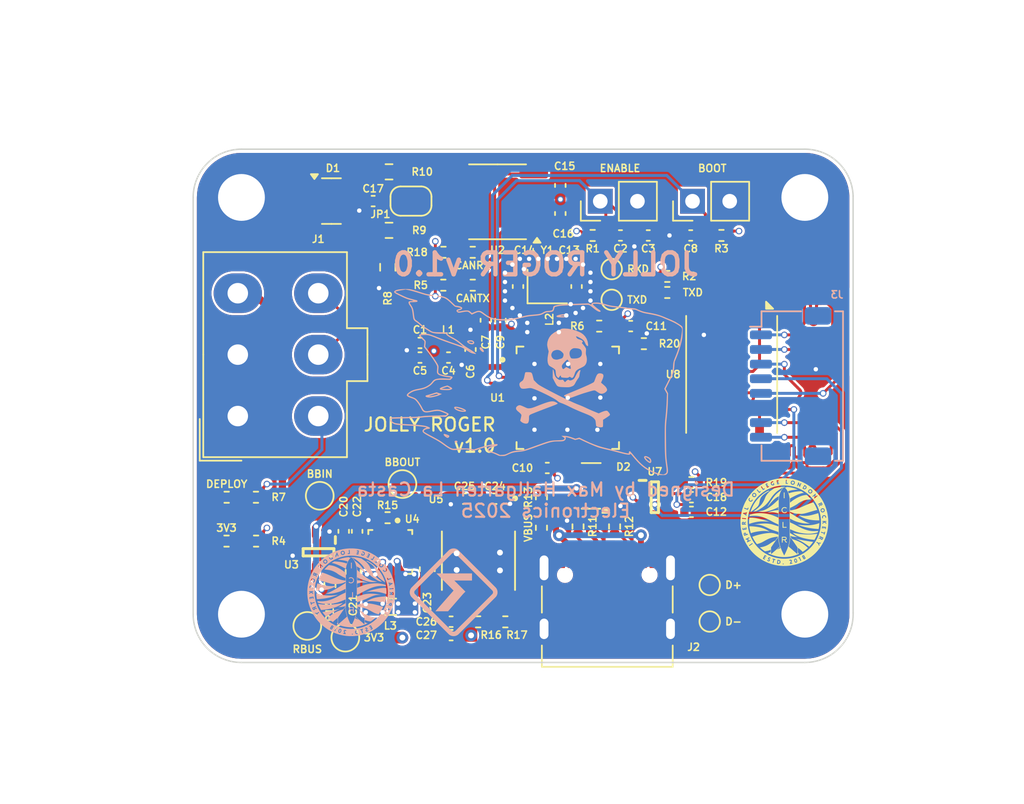
<source format=kicad_pcb>
(kicad_pcb (version 20240108) (generator "pcbnew") (generator_version "8.0")
  (layers (0 "F.Cu" signal) (1 "In1.Cu" signal) (2 "In2.Cu" signal) (31 "B.Cu" signal) (34 "B.Paste" user) (35 "F.Paste" user) (36 "B.SilkS" user "B.Silkscreen") (37 "F.SilkS" user "F.Silkscreen") (38 "B.Mask" user) (39 "F.Mask" user) (44 "Edge.Cuts" user))
  (net 0 "")
  (net 1 "GND")
  (net 2 "+3V3")
  (net 3 "VBUS")
  (net 4 "RBUS_uC_V")
  (net 5 "/Power/BBIN")
  (net 6 "/Power/BIAS")
  (net 7 "/Power/BBOUT")
  (net 8 "/Power/LX1")
  (net 9 "/Power/LX2")
  (net 10 "/Power/SEL")
  (net 11 "/Power/FBIn")
  (net 12 "Net-(U3-ST)")
  (net 18 "Net-(3V3LED1-A)")
  (net 19 "Net-(12VLED1-A)")
  (net 20 "/BOOT")
  (net 21 "/CHIP_PU")
  (net 22 "/NAND_3V3")
  (net 23 "Net-(U1-XTAL_N)")
  (net 24 "Net-(C14-Pad1)")
  (net 25 "Net-(JP1-B)")
  (net 26 "Net-(CRXLED1-A)")
  (net 27 "/CAN_RX")
  (net 28 "Net-(CTXLED1-A)")
  (net 29 "/CAN_TX")
  (net 30 "/CAN-")
  (net 31 "/CAN+")
  (net 32 "/Data+")
  (net 33 "/Data-")
  (net 35 "Net-(J2-CC2)")
  (net 37 "Net-(J2-CC1)")
  (net 38 "/CAN-BUS/Vref")
  (net 39 "Net-(TXLED1-A)")
  (net 40 "/TXD")
  (net 41 "+12V")
  (net 42 "Net-(U2-Rs)")
  (net 43 "Net-(USBLED1-A)")
  (net 44 "Net-(U7-ST)")
  (net 45 "/RXD")
  (net 50 "/NAND_SD1")
  (net 57 "/NAND_SD0")
  (net 66 "/NAND_SD3")
  (net 67 "/NAND_CLK")
  (net 69 "/NAND_SD2")
  (net 73 "/NAND_CMD")
  (net 74 "/HEADER_3V3")
  (net 76 "Net-(C6-Pad1)")
  (net 77 "Net-(U1-XTAL_P)")
  (net 78 "Net-(U1-U0TXD{slash}PROG{slash}GPIO43)")
  (footprint "Resistor_SMD:R_0402_1005Metric" (layer "F.Cu") (at 107.925 71.59 -90)
    (property "Reference" "R12")
    (property "Value" "5.1k")
  )
  (footprint "Package_LGA:LGA-8_8x6mm_P1.27mm" (layer "F.Cu") (at 115.925 61.19 -90)
    (property "Reference" "U8")
    (property "Value" "~")
  )
  (footprint "Capacitor_SMD:C_0402_1005Metric" (layer "F.Cu") (at 99.125 57.49 90)
    (property "Reference" "C7")
    (property "Value" "1uF")
  )
  (footprint "Resistor_SMD:R_0402_1005Metric" (layer "F.Cu") (at 111.525 55.59)
    (property "Reference" "TXD")
    (property "Value" "GREEN_LED")
  )
  (footprint "Resistor_SMD:R_0402_1005Metric" (layer "F.Cu") (at 100.459173 78.111882)
    (property "Reference" "R17")
    (property "Value" "10k")
  )
  (footprint "Capacitor_SMD:C_0402_1005Metric" (layer "F.Cu") (at 96.575 60.04)
    (property "Reference" "C4")
    (property "Value" "1uF")
  )
  (footprint "Inductor_SMD:L_0402_1005Metric" (layer "F.Cu") (at 96.56 59.04)
    (property "Reference" "L1")
    (property "Value" "2.0nH")
  )
  (footprint "Resistor_SMD:R_0603_1608Metric" (layer "F.Cu") (at 92.51 51.34)
    (property "Reference" "R9")
    (property "Value" "60")
  )
  (footprint "Connector_PinHeader_2.54mm:PinHeader_1x02_P2.54mm_Vertical" (layer "F.Cu") (at 113.25 49.35 90)
    (property "Reference" "BOOT")
    (property "Value" "Conn_01x02_Male")
  )
  (footprint "Jumper:SolderJumper-2_P1.3mm_Open_RoundedPad1.0x1.5mm" (layer "F.Cu") (at 94.01 49.34 180)
    (property "Reference" "JP1")
    (property "Value" "TermJP")
  )
  (footprint "Resistor_SMD:R_0402_1005Metric" (layer "F.Cu") (at 102.925 71.68 90)
    (property "Reference" "VBUS")
    (property "Value" "WHITE_LED")
  )
  (footprint "Resistor_SMD:R_0402_1005Metric" (layer "F.Cu") (at 98.23 52.84 180)
    (property "Reference" "CANRX")
    (property "Value" "ORANGE_LED")
  )
  (footprint "iclr:QFN40P700X700X90-57N" (layer "F.Cu") (at 104.725 62.79)
    (property "Reference" "U1")
    (property "Value" "ESP32-S3")
  )
  (footprint "Resistor_SMD:R_0402_1005Metric" (layer "F.Cu") (at 98.23 55.09 180)
    (property "Reference" "CANTX")
    (property "Value" "GREEN_LED")
  )
  (footprint "Capacitor_SMD:C_0402_1005Metric" (layer "F.Cu") (at 98.075 59.49 90)
    (property "Reference" "C6")
    (property "Value" "0.1uF")
  )
  (footprint "Package_TO_SOT_SMD:SOT-143" (layer "F.Cu") (at 106.325 68.815 180)
    (property "Reference" "D2")
    (property "Value" "SP0503BAHT")
  )
  (footprint "Capacitor_SMD:C_0402_1005Metric" (layer "F.Cu") (at 113.125 51.69 180)
    (property "Reference" "C8")
    (property "Value" "0.1uF")
  )
  (footprint "Resistor_SMD:R_0402_1005Metric" (layer "F.Cu") (at 96.22 55.09)
    (property "Reference" "R5")
    (property "Value" "1k")
  )
  (footprint "Capacitor_SMD:C_0402_1005Metric" (layer "F.Cu") (at 97.671888 69.69 180)
    (property "Reference" "C25")
    (property "Value" "4.7uF")
  )
  (footprint "iclr:SOTFL50P160X60-8N" (layer "F.Cu") (at 87.691888 73.353882 -90)
    (property "Reference" "U3")
    (property "Value" "LM66200DRLR" (hide yes))
  )
  (footprint "MountingHole:MountingHole_3.2mm_M3_DIN965_Pad" (layer "F.Cu") (at 82.425 49.09)
    (property "Reference" "H1" (hide yes))
    (property "Value" "MountingHole_Pad")
  )
  (footprint "Inductor_SMD:L_0402_1005Metric" (layer "F.Cu") (at 102.725 57.4325 90)
    (property "Reference" "L2")
    (property "Value" "20nH")
  )
  (footprint "TestPoint:TestPoint_Pad_D1.5mm" (layer "F.Cu") (at 93.425 68.69)
    (property "Reference" "BBOUT")
    (property "Value" "TestPoint")
  )
  (footprint "Resistor_SMD:R_0402_1005Metric" (layer "F.Cu") (at 109.925 59.09)
    (property "Reference" "R20")
    (property "Value" "R")
  )
  (footprint "Resistor_SMD:R_0402_1005Metric" (layer "F.Cu") (at 102.925 69.59 -90)
    (property "Reference" "R13")
    (property "Value" "5.1k")
  )
  (footprint "Capacitor_SMD:C_0402_1005Metric" (layer "F.Cu") (at 96.751888 79.021882)
    (property "Reference" "C27")
    (property "Value" "0.1uF")
  )
  (footprint "Capacitor_SMD:C_0402_1005Metric" (layer "F.Cu") (at 100.125 57.49 90)
    (property "Reference" "C9")
    (property "Value" "10nF")
  )
  (footprint "Capacitor_SMD:C_0402_1005Metric" (layer "F.Cu") (at 94.625 59.04 180)
    (property "Reference" "C1")
    (property "Value" "10uF")
  )
  (footprint "Resistor_SMD:R_0402_1005Metric" (layer "F.Cu") (at 83.425 72.59)
    (property "Reference" "R4")
    (property "Value" "470")
  )
  (footprint "Connector_USB:USB_C_Receptacle_Palconn_UTC16-G" (layer "F.Cu") (at 107.425 76.35)
    (property "Reference" "J2")
    (property "Value" "USB_C_Receptacle_USB2.0")
  )
  (footprint "Package_SO:SOIC-8_3.9x4.9mm_P1.27mm" (layer "F.Cu") (at 99.925 49.39 180)
    (property "Reference" "U2")
    (property "Value" "SN65HVD230")
  )
  (footprint "Capacitor_SMD:C_0402_1005Metric" (layer "F.Cu") (at 113.175 69.59)
    (property "Reference" "C18")
    (property "Value" "0.1uF")
  )
  (footprint "iclr:SOTFL50P160X60-8N" (layer "F.Cu") (at 110.675 69.59)
    (property "Reference" "U7")
    (property "Value" "LM66200DRLR" (hide yes))
  )
  (footprint "MountingHole:MountingHole_3.2mm_M3_DIN965_Pad" (layer "F.Cu") (at 120.925 49.09)
    (property "Reference" "H2" (hide yes))
    (property "Value" "MountingHole_Pad")
  )
  (footprint "Capacitor_SMD:C_0603_1608Metric" (layer "F.Cu") (at 95.126888 74.511882 -90)
    (property "Reference" "C23")
    (property "Value" "22uF")
  )
  (footprint "Resistor_SMD:R_0402_1005Metric" (layer "F.Cu") (at 88.471888 75.59 90)
    (property "Reference" "R14")
    (property "Value" "10k")
  )
  (footprint "TestPoint:TestPoint_Pad_D1.0mm" (layer "F.Cu") (at 114.425 78.09)
    (property "Reference" "D-")
    (property "Value" "TestPoint")
  )
  (footprint "Capacitor_SMD:C_0402_1005Metric" (layer "F.Cu") (at 104.215 48.27 90)
    (property "Reference" "C15")
    (property "Value" "100nF")
  )
  (footprint "TestPoint:TestPoint_Pad_D1.5mm" (layer "F.Cu") (at 89.525 79.19)
    (property "Reference" "3V3")
    (property "Value" "TestPoint")
  )
  (footprint "Capacitor_SMD:C_0402_1005Metric" (layer "F.Cu") (at 89.411888 71.921882 90)
    (property "Reference" "C20")
    (property "Value" "10uF")
  )
  (footprint "Resistor_SMD:R_0402_1005Metric" (layer "F.Cu") (at 115.225 51.69 180)
    (property "Reference" "R3")
    (property "Value" "10K")
  )
  (footprint "Capacitor_SMD:C_0402_1005Metric" (layer "F.Cu") (at 104.215 50.19 -90)
    (property "Reference" "C16")
    (property "Value" "10uF")
  )
  (footprint "Connector_PinHeader_2.54mm:PinHeader_1x02_P2.54mm_Vertical" (layer "F.Cu") (at 106.945 49.35 90)
    (property "Reference" "ENABLE")
    (property "Value" "Conn_01x02_Male")
  )
  (footprint "Resistor_SMD:R_0402_1005Metric" (layer "F.Cu") (at 111.525 54.49)
    (property "Reference" "R2")
    (property "Value" "470")
  )
  (footprint "MountingHole:MountingHole_3.2mm_M3_DIN965_Pad" (layer "F.Cu") (at 82.425 77.59)
    (property "Reference" "H4" (hide yes))
    (property "Value" "MountingHole_Pad")
  )
  (footprint "Resistor_SMD:R_0402_1005Metric" (layer "F.Cu") (at 106.425 51.69)
    (property "Reference" "R1")
    (property "Value" "10K")
  )
  (footprint "Resistor_SMD:R_0402_1005Metric" (layer "F.Cu") (at 113.175 68.59)
    (property "Reference" "R19")
    (property "Value" "10K")
  )
  (footprint "Capacitor_SMD:C_0402_1005Metric" (layer "F.Cu") (at 103.325 67.59 180)
    (property "Reference" "C10")
    (property "Value" "0.1uF")
  )
  (footprint "Resistor_SMD:R_0402_1005Metric" (layer "F.Cu") (at 105.425 71.59 90)
    (property "Reference" "R11")
    (property "Value" "5.1k")
  )
  (footprint "Resistor_SMD:R_0402_1005Metric" (layer "F.Cu") (at 98.599173 78.111882)
    (property "Reference" "R16")
    (property "Value" "56k")
  )
  (footprint "Resistor_SMD:R_0402_1005Metric" (layer "F.Cu") (at 106.875 57.89 180)
    (property "Reference" "R6")
    (property "Value" "499R")
  )
  (footprint "Resistor_SMD:R_0402_1005Metric" (layer "F.Cu") (at 92.411888 70.99 180)
    (property "Reference" "R15")
    (property "Value" "14k")
  )
  (footprint "Capacitor_SMD:C_0402_1005Metric" (layer "F.Cu") (at 105.325 55.1825 -90)
    (property "Reference" "C13")
    (property "Value" "11pF")
  )
  (footprint "MountingHole:MountingHole_3.2mm_M3_DIN965_Pad" (layer "F.Cu") (at 120.925 77.59)
    (property "Reference" "H3" (hide yes))
    (property "Value" "MountingHole_Pad")
  )
  (footprint "Package_TO_SOT_SMD:SOT-23" (layer "F.Cu") (at 88.5725 49.34)
    (property "Reference" "D1")
    (property "Value" "SM712_SOT23")
  )
  (footprint "Capacitor_SMD:C_0402_1005Metric" (layer "F.Cu") (at 99.751396 69.69)
    (property "Reference" "C24")
    (property "Value" "10uF")
  )
  (footprint "TestPoint:TestPoint_Pad_D1.0mm" (layer "F.Cu") (at 107.725 53.99)
    (property "Reference" "RXD")
    (property "Value" "TestPoint")
  )
  (footprint "Resistor_SMD:R_0603_1608Metric" (layer "F.Cu") (at 92.51 47.34 180)
    (property "Reference" "R10")
    (property "Value" "60")
  )
  (footprint "Resistor_SMD:R_0402_1005Metric" (layer "F.Cu") (at 96.23 52.84)
    (property "Reference" "R18")
    (property "Value" "1k")
  )
  (footprint "iclr:SOIC127P599X175-9N" (layer "F.Cu") (at 98.621396 73.930696 -90)
    (property "Reference" "U5")
    (property "Value" "SC4215ASTRT")
  )
  (footprint "Capacitor_SMD:C_0402_1005Metric" (layer "F.Cu") (at 108.325 51.69)
    (property "Reference" "C2")
    (property "Value" "1uF")
  )
  (footprint "Resistor_SMD:R_0402_1005Metric" (layer "F.Cu") (at 81.405 72.59)
    (property "Reference" "3V3")
    (property "Value" "BLUE_LED")
  )
  (footprint "Capacitor_SMD:C_0402_1005Metric" (layer "F.Cu") (at 96.751888 78.101882)
    (property "Reference" "C26")
    (property "Value" "10uF")
  )
  (footprint "Capacitor_SMD:C_0402_1005Metric" (layer "F.Cu") (at 91.425 49.34 180)
    (property "Reference" "C17")
    (property "Value" "47nF")
  )
  (footprint "Capacitor_SMD:C_0402_1005Metric" (layer "F.Cu") (at 94.625 60.04 180)
    (property "Reference" "C5")
    (property "Value" "0.1uF")
  )
  (footprint "Resistor_SMD:R_0402_1005Metric" (layer "F.Cu") (at 83.415 69.59 180)
    (property "Reference" "R7")
    (property "Value" "3k")
  )
  (footprint "Resistor_SMD:R_0603_1608Metric" (layer "F.Cu") (at 92.425 53.865 -90)
    (property "Reference" "R8")
    (property "Value" "0")
  )
  (footprint "iclr:CONV_MAX77827AEFD+T" (layer "F.Cu") (at 92.594814 73.331882 -90)
    (property "Reference" "U4")
    (property "Value" "MAX77827AEFD+T")
  )
  (footprint "TestPoint:TestPoint_Pad_D1.5mm" (layer "F.Cu") (at 87.775 69.49)
    (property "Reference" "BBIN")
    (property "Value" "TestPoint")
  )
  (footprint "Capacitor_SMD:C_0402_1005Metric" (layer "F.Cu") (at 110.225 51.69)
    (property "Reference" "C3")
    (property "Value" "0.1uF")
  )
  (footprint "Capacitor_SMD:C_0402_1005Metric" (layer "F.Cu") (at 109.025 57.89)
    (property "Reference" "C11")
    (property "Value" "0.1uF")
  )
  (footprint "iclr:iclr_logo_estd2018_6mm" (layer "F.Cu") (at 119.525 71.29)
    (property "Reference" "G***" (hide yes))
    (property "Value" "LOGO" (hide yes))
  )
  (footprint "TestPoint:TestPoint_Pad_D1.5mm" (layer "F.Cu") (at 86.925 78.39)
    (property "Reference" "RBUS")
    (property "Value" "TestPoint")
  )
  (footprint "Capacitor_SMD:C_0603_1608Metric" (layer "F.Cu") (at 90.056265 74.699738 -90)
    (property "Reference" "C21")
    (property "Value" "10uF")
  )
  (footprint "TestPoint:TestPoint_Pad_D1.0mm" (layer "F.Cu") (at 107.725 56.09)
    (property "Reference" "TXD")
    (property "Value" "TestPoint")
  )
  (footprint "TestPoint:TestPoint_Pad_D1.0mm" (layer "F.Cu") (at 114.425 75.59)
    (property "Reference" "D+")
    (property "Value" "TestPoint")
  )
  (footprint "Capacitor_SMD:C_0402_1005Metric" (layer "F.Cu") (at 90.331888 71.921882 90)
    (property "Reference" "C22")
    (property "Value" "1uF")
  )
  (footprint "Inductor_SMD:L_0805_2012Metric" (layer "F.Cu") (at 92.599454 77.079843)
    (property "Reference" "L3")
    (property "Value" "1uH")
  )
  (footprint "Connector_Molex:Molex_Mini-Fit_Jr_5566-06A_2x03_P4.20mm_Vertical" (layer "F.Cu") (at 82.175 64.04 90)
    (property "Reference" "J1")
    (property "Value" "RBUS")
  )
  (footprint "Resistor_SMD:R_0402_1005Metric" (layer "F.Cu") (at 81.415 69.59)
    (property "Reference" "DEPLOY")
    (property "Value" "RED_LED")
  )
  (footprint "Crystal:Crystal_SMD_2016-4Pin_2.0x1.6mm" (layer "F.Cu") (at 103.325 55.1825)
    (property "Reference" "Y1")
    (property "Value" "R940000171")
  )
  (footprint "Capacitor_SMD:C_0402_1005Metric" (layer "F.Cu") (at 101.325 55.1825 90)
    (property "Reference" "C14")
    (property "Value" "11pF")
  )
  (footprint "Capacitor_SMD:C_0402_1005Metric" (layer "F.Cu") (at 113.175 70.59)
    (property "Reference" "C12")
    (property "Value" "10uF")
  )
  (footprint "iclr:iclr_logo_estd2018_6mm" (layer "B.Cu") (at 89.925 76.09 180)
    (property "Reference" "G***" (hide yes))
    (property "Value" "LOGO" (hide yes))
  )
  (footprint "iclr:rae_logo_6mm" (layer "B.Cu") (at 96.925 76.09 180)
    (property "Reference" "G***" (hide yes))
    (property "Value" "LOGO" (hide yes))
  )
  (footprint "iclr:jolly_roger" (layer "B.Cu") (at 103.21 62.545 180)
    (property "Reference" "REF**" (hide yes))
    (property "Value" "jolly_roger" (hide yes))
  )
  (footprint "Connector_Molex:Molex_Pico-Clasp_202396-0807_1x08-1MP_P1.00mm_Horizontal" (layer "B.Cu") (at 119.95 61.9875 -90)
    (property "Reference" "J3")
    (property "Value" "Conn_01x08_Pin")
  )
  (gr_arc (start 79.125 49.09) (mid 80.091548 46.756548) (end 82.425 45.79) (stroke (width 0.1)) (layer "Edge.Cuts"))
  (gr_arc (start 82.425 80.89) (mid 80.091548 79.923452) (end 79.125 77.59) (stroke (width 0.1)) (layer "Edge.Cuts"))
  (gr_arc (start 120.925 45.79) (mid 123.222842 46.721472) (end 124.223486 48.990046) (stroke (width 0.1)) (layer "Edge.Cuts"))
  (gr_arc (start 124.223486 77.490046) (mid 123.293528 79.887842) (end 120.925 80.89) (stroke (width 0.1)) (layer "Edge.Cuts"))
  (gr_line (start 124.223486 77.490046) (end 124.223486 48.990046) (stroke (width 0.1)) (layer "Edge.Cuts"))
  (gr_line (start 79.125 49.09) (end 79.125 77.59) (stroke (width 0.1)) (layer "Edge.Cuts"))
  (gr_line (start 82.425 80.89) (end 120.925 80.89) (stroke (width 0.1)) (layer "Edge.Cuts"))
  (gr_line (start 120.925 45.79) (end 82.425 45.79) (stroke (width 0.1)) (layer "Edge.Cuts"))
  (gr_text "JOLLY ROGER v1.0" (at 103.21 54.545 0) (layer "B.SilkS") (effects (font (size 1.5 1.5) (thickness 0.3) (bold yes)) (justify bottom mirror)))
  (gr_text "Designed by Max Hallgarten La Casta\nElectronics 2025" (at 103.21 71.045 0) (layer "B.SilkS") (effects (font (size 0.9 0.9) (thickness 0.15) (bold yes)) (justify bottom mirror)))
  (gr_text "JOLLY ROGER\nv1.0" (at 99.882998 66.599126 0) (layer "F.SilkS") (effects (font (size 0.9 0.9)) (justify right bottom)))
  (segment (start 95.122888 75.752882) (end 95.126888 75.748882) (width 0.8) (layer "F.Cu") (net 1))
  (segment (start 92.592593 74.431272) (end 92.592593 75.563047) (width 0.36) (layer "F.Cu") (net 1))
  (segment (start 105.325 56.09) (end 105.325 55.6625) (width 0.2) (layer "F.Cu") (net 1))
  (segment (start 102.625 54.6325) (end 102.625 54.19) (width 0.2) (layer "F.Cu") (net 1))
  (segment (start 109.965 49.83) (end 109.485 49.35) (width 0.2) (layer "F.Cu") (net 1))
  (segment (start 104.025 56.19) (end 104.025 55.7325) (width 0.2) (layer "F.Cu") (net 1))
  (segment (start 105.025 56.39) (end 105.325 56.09) (width 0.2) (layer "F.Cu") (net 1))
  (segment (start 106.949 60.476) (end 107.049 60.476) (width 0.2) (layer "F.Cu") (net 1))
  (segment (start 102.625 54.19) (end 102.425 53.99) (width 0.2) (layer "F.Cu") (net 1))
  (segment (start 90.004425 75.752882) (end 95.122888 75.752882) (width 0.8) (layer "F.Cu") (net 1))
  (segment (start 104.225 56.39) (end 104.025 56.19) (width 0.2) (layer "F.Cu") (net 1))
  (segment (start 92.594814 75.563657) (end 92.586589 75.571882) (width 0.25) (layer "F.Cu") (net 1))
  (segment (start 95.126888 75.748882) (end 95.126888 75.286882) (width 0.8) (layer "F.Cu") (net 1))
  (segment (start 101.625 53.99) (end 101.725 53.99) (width 0.2) (layer "F.Cu") (net 1))
  (segment (start 101.325 54.29) (end 101.625 53.99) (width 0.2) (layer "F.Cu") (net 1))
  (segment (start 101.325 54.7025) (end 101.325 54.29) (width 0.2) (layer "F.Cu") (net 1))
  (segment (start 102.425 53.99) (end 101.725 53.99) (width 0.2) (layer "F.Cu") (net 1))
  (segment (start 88.441888 72.515882) (end 88.441888 71.936882) (width 0.25) (layer "F.Cu") (net 1))
  (segment (start 104.925 56.39) (end 105.025 56.39) (width 0.2) (layer "F.Cu") (net 1))
  (segment (start 104.925 56.39) (end 104.225 56.39) (width 0.2) (layer "F.Cu") (net 1))
  (segment (start 97.191888 69.761882) (end 97.041888 69.761882) (width 0.2) (layer "F.Cu") (net 1))
  (via (at 110.125 58.39) (size 0.45) (drill 0.3) (layers "F.Cu" "B.Cu") (net 1))
  (via (at 91.103888 71.150882) (size 0.6) (drill 0.3) (layers "F.Cu" "B.Cu") (net 1))
  (via (at 109.275 52.44) (size 0.45) (drill 0.3) (layers "F.Cu" "B.Cu") (net 1))
  (via (at 106.949 62.776) (size 0.45) (drill 0.3) (layers "F.Cu" "B.Cu") (net 1))
  (via (at 104.116 58.3015) (size 0.45) (drill 0.3) (layers "F.Cu" "B.Cu") (net 1))
  (via (at 96.731888 70.071882) (size 0.45) (drill 0.3) (layers "F.Cu" "B.Cu") (net 1))
  (via (at 100.941 53.6825) (size 0.45) (drill 0.3) (layers "F.Cu" "B.Cu") (net 1))
  (via (at 100.783351 70.04) (size 0.45) (drill 0.3) (layers "F.Cu" "B.Cu") (net 1))
  (via (at 106.275 56.1425) (size 0.45) (drill 0.3) (layers "F.Cu" "B.Cu") (net 1))
  (via (at 85.925 73.59) (size 0.45) (drill 0.3) (layers "F.Cu" "B.Cu") (net 1))
  (via (at 103.354 53.29) (size 0.45) (drill 0.3) (layers "F.Cu" "B.Cu") (net 1))
  (via (at 102.084 53.29) (size 0.45) (drill 0.3) (layers "F.Cu" "B.Cu") (net 1))
  (via (at 111.675 51.69) (size 0.45) (drill 0.3) (layers "F.Cu" "B.Cu") (net 1))
  (via (at 102.449 60.476) (size 0.45) (drill 0.3) (layers "F.Cu" "B.Cu") (net 1))
  (via (at 97.475 60.54) (size 0.45) (drill 0.3) (layers "F.Cu" "B.Cu") (net 1))
  (via (at 105.767 56.6505) (size 0.45) (drill 0.3) (layers "F.Cu" "B.Cu") (net 1))
  (via (at 100.091396 74.595696) (size 0.8) (drill 0.4) (layers "F.Cu" "B.Cu") (net 1))
  (via (at 105.259 53.29) (size 0.45) (drill 0.3) (layers "F.Cu" "B.Cu") (net 1))
  (via (at 93.725 59.54) (size 0.45) (drill 0.3) (layers "F.Cu" "B.Cu") (net 1))
  (via (at 104.749 60.476) (size 0.45) (drill 0.3) (layers "F.Cu" "B.Cu") (net 1))
  (via (at 121.675 60.84) (size 0.45) (drill 0.3) (layers "F.Cu" "B.Cu") (net 1))
  (via (at 101.957 58.3015) (size 0.45) (drill 0.3) (layers "F.Cu" "B.Cu") (net 1))
  (via (at 106.949 60.476) (size 0.45) (drill 0.3) (layers "F.Cu" "B.Cu") (net 1))
  (via (at 90.475 49.99) (size 0.45) (drill 0.3) (layers "F.Cu" "B.Cu") (net 1))
  (via (at 101.449 57.1585) (size 0.45) (drill 0.3) (layers "F.Cu" "B.Cu") (net 1))
  (via (at 104.675 71.19) (size 0.45) (drill 0.3) (layers "F.Cu" "B.Cu") (net 1))
  (via (at 102.719 53.29) (size 0.45) (drill 0.3) (layers "F.Cu" "B.Cu") (net 1))
  (via (at 104.925 56.39) (size 0.45) (drill 0.3) (layers "F.Cu" "B.Cu") (net 1))
  (via (at 104.624 53.29) (size 0.45) (drill 0.3) (layers "F.Cu" "B.Cu") (net 1))
  (via (at 105.767 53.6825) (size 0.45) (drill 0.3) (layers "F.Cu" "B.Cu") (net 1))
  (via (at 100.091396 73.375696) (size 0.8) (drill 0.4) (layers "F.Cu" "B.Cu") (net 1))
  (via (at 114.025 58.49) (size 0.45) (drill 0.3) (layers "F.Cu" "B.Cu") (net 1))
  (via (at 102.449 62.826) (size 0.45) (drill 0.3) (layers "F.Cu" "B.Cu") (net 1))
  (via (at 101.725 53.99) (size 0.45) (drill 0.3) (layers "F.Cu" "B.Cu") (net 1))
  (via (at 100.941 56.6505) (size 0.45) (drill 0.3) (layers "F.Cu" "B.Cu") (net 1))
  (via (at 105.259 56.99) (size 0.45) (drill 0.3) (layers "F.Cu" "B.Cu") (net 1))
  (via (at 100.433 55.5075) (size 0.45) (drill 0.3) (layers "F.Cu" "B.Cu") (net 1))
  (via (at 106.275 54.2375) (size 0.45) (drill 0.3) (layers "F.Cu" "B.Cu") (net 1))
  (via (at 100.433 54.2375) (size 0.45) (drill 0.3) (layers "F.Cu" "B.Cu") (net 1))
  (via (at 102.449 64.976) (size 0.45) (drill 0.3) (layers "F.Cu" "B.Cu") (net 1))
  (via (at 97.131396 74.565696) (size 0.8) (drill 0.4) (layers "F.Cu" "B.Cu") (net 1))
  (via (at 104.116 57.6665) (size 0.45) (drill 0.3) (layers "F.Cu" "B.Cu") (net 1))
  (via (at 106.275 54.8725) (size 0.45) (drill 0.3) (layers "F.Cu" "B.Cu") (net 1))
  (via (at 100.433 56.1425) (size 0.45) (drill 0.3) (layers "F.Cu" "B.Cu") (net 1))
  (via (at 100.433 54.8725) (size 0.45) (drill 0.3) (layers "F.Cu" "B.Cu") (net 1))
  (via (at 106.275 55.5075) (size 0.45) (drill 0.3) (layers "F.Cu" "B.Cu") (net 1))
  (via (at 88.441888 71.936882) (size 0.45) (drill 0.3) (layers "F.Cu" "B.Cu") (net 1))
  (via (at 108.325 70.19) (size 0.45) (drill 0.3) (layers "F.Cu" "B.Cu") (net 1))
  (via (at 91.825 55.29) (size 0.45) (drill 0.3) (layers "F.Cu" "B.Cu") (net 1))
  (via (at 101.449 53.29) (size 0.45) (drill 0.3) (layers "F.Cu" "B.Cu") (net 1))
  (via (at 98.075 58.14) (size 0.45) (drill 0.3) (layers "F.Cu" "B.Cu") (net 1))
  (via (at 104.699 64.976) (size 0.45) (drill 0.3) (layers "F.Cu" "B.Cu") (net 1))
  (via (at 97.131396 73.425696) (size 0.8) (drill 0.4) (layers "F.Cu" "B.Cu") (net 1))
  (via (at 106.749 64.976) (size 0.45) (drill 0.3) (layers "F.Cu" "B.Cu") (net 1))
  (via (at 104.725 62.79) (size 0.45) (drill 0.3) (layers "F.Cu" "B.Cu") (net 1))
  (via (at 104.624 57.1585) (size 0.45) (drill 0.3) (layers "F.Cu" "B.Cu") (net 1))
  (via (at 101.957 57.6665) (size 0.45) (drill 0.3) (layers "F.Cu" "B.Cu") (net 1))
  (via (at 103.989 53.29) (size 0.45) (drill 0.3) (layers "F.Cu" "B.Cu") (net 1))
  (segment (start 99.125 57.97) (end 100.125 57.97) (width 0.4) (layer "F.Cu") (net 2))
  (segment (start 116.035 51.39) (end 115.735 51.69) (width 0.2) (layer "F.Cu") (net 2))
  (segment (start 100.125 57.97) (end 100.75 57.97) (width 0.4) (layer "F.Cu") (net 2))
  (segment (start 105.615 51.39) (end 105.915 51.69) (width 0.15) (layer "F.Cu") (net 2))
  (segment (start 116.425 51.39) (end 116.035 51.39) (width 0.2) (layer "F.Cu") (net 2))
  (segment (start 95.675 55.125) (end 95.71 55.09) (width 0.2) (layer "F.Cu") (net 2))
  (segment (start 103.805 68.07) (end 103.805 67.54) (width 0.2) (layer "F.Cu") (net 2))
  (segment (start 108.545 57.89) (end 108.545 58.17) (width 0.2) (layer "F.Cu") (net 2))
  (segment (start 108.545 57.32) (end 108.545 57.89) (width 0.2) (layer "F.Cu") (net 2))
  (segment (start 108.545 58.17) (end 108.125 58.59) (width 0.2) (layer "F.Cu") (net 2))
  (segment (start 109.837 69.84) (end 109.425 69.84) (width 0.2) (layer "F.Cu") (net 2))
  (segment (start 103.805 67.59) (end 104.125 67.27) (width 0.2) (layer "F.Cu") (net 2))
  (segment (start 95.675 55.84) (end 95.675 55.125) (width 0.2) (layer "F.Cu") (net 2))
  (segment (start 104.125 67.27) (end 104.125 66.235) (width 0.2) (layer "F.Cu") (net 2))
  (segment (start 95.675 52.09) (end 95.675 52.795) (width 0.2) (layer "F.Cu") (net 2))
  (segment (start 113.685 68.1) (end 113.425 67.84) (width 0.2) (layer "F.Cu") (net 2))
  (segment (start 104.025 68.29) (end 103.805 68.07) (width 0.2) (layer "F.Cu") (net 2))
  (segment (start 106.325 58.59) (end 108.125 58.59) (width 0.2) (layer "F.Cu") (net 2))
  (segment (start 108.825 57.04) (end 108.545 57.32) (width 0.2) (layer "F.Cu") (net 2))
  (segment (start 105.915 51.69) (end 105.725 51.69) (width 0.15) (layer "F.Cu") (net 2))
  (segment (start 84.165 71.69) (end 83.935 71.92) (width 0.2) (layer "F.Cu") (net 2))
  (segment (start 106.125 58.79) (end 106.325 58.59) (width 0.2) (layer "F.Cu") (net 2))
  (segment (start 100.75 57.97) (end 102.125 59.345) (width 0.4) (layer "F.Cu") (net 2))
  (segment (start 111.075 53.84) (end 111.075 54.43) (width 0.2) (layer "F.Cu") (net 2))
  (segment (start 106.125 59.345) (end 106.125 58.79) (width 0.2) (layer "F.Cu") (net 2))
  (segment (start 105.325 51.39) (end 105.615 51.39) (width 0.15) (layer "F.Cu") (net 2))
  (segment (start 95.675 52.795) (end 95.72 52.84) (width 0.2) (layer "F.Cu") (net 2))
  (segment (start 83.935 71.92) (end 83.935 72.59) (width 0.2) (layer "F.Cu") (net 2))
  (segment (start 113.685 68.59) (end 113.685 68.1) (width 0.2) (layer "F.Cu") (net 2))
  (segment (start 93.425 79.19) (end 89.525 79.19) (width 0.8) (layer "F.Cu") (net 2))
  (segment (start 97.986396 76.400696) (end 97.986396 78.009105) (width 0.9) (layer "F.Cu") (net 2))
  (segment (start 109.425 69.84) (end 109.175 69.59) (width 0.2) (layer "F.Cu") (net 2))
  (via (at 100.875 57.74) (size 0.45) (drill 0.3) (layers "F.Cu" "B.Cu") (net 2))
  (via (at 109.175 69.59) (size 0.45) (drill 0.3) (layers "F.Cu" "B.Cu") (net 2))
  (via (at 111.075 53.84) (size 0.45) (drill 0.3) (layers "F.Cu" "B.Cu") (net 2))
  (via (at 113.425 67.84) (size 0.45) (drill 0.3) (layers "F.Cu" "B.Cu") (net 2))
  (via (at 95.675 52.09) (size 0.45) (drill 0.3) (layers "F.Cu" "B.Cu") (net 2))
  (via (at 104.025 68.29) (size 0.45) (drill 0.3) (layers "F.Cu" "B.Cu") (net 2))
  (via (at 104.225 49.22) (size 0.45) (drill 0.3) (layers "F.Cu" "B.Cu") (net 2))
  (via (at 95.575 59.59) (size 0.45) (drill 0.3) (layers "F.Cu" "B.Cu") (net 2))
  (via (at 93.425 79.19) (size 0.8) (drill 0.4) (layers "F.Cu" "B.Cu") (net 2))
  (via (at 108.825 57.04) (size 0.45) (drill 0.3) (layers "F.Cu" "B.Cu") (net 2))
  (via (at 98.116888 79.036882) (size 0.8) (drill 0.4) (layers "F.Cu" "B.Cu") (net 2))
  (via (at 95.675 55.84) (size 0.45) (drill 0.3) (layers "F.Cu" "B.Cu") (net 2))
  (via (at 116.425 51.39) (size 0.45) (drill 0.3) (layers "F.Cu" "B.Cu") (net 2))
  (via (at 84.165 71.69) (size 0.45) (drill 0.3) (layers "F.Cu" "B.Cu") (net 2))
  (via (at 105.325 51.39) (size 0.45) (drill 0.3) (layers "F.Cu" "B.Cu") (net 2))
  (segment (start 103.925 71.99) (end 104.125 72.19) (width 0.4) (layer "F.Cu") (net 3))
  (segment (start 104.125 72.19) (end 105.025 73.09) (width 0.4) (layer "F.Cu") (net 3))
  (segment (start 105.325 68.99) (end 105.325 69.765) (width 0.4) (layer "F.Cu") (net 3))
  (segment (start 103.925 71.84) (end 103.925 70.59) (width 0.4) (layer "F.Cu") (net 3))
  (segment (start 105.025 73.09) (end 105.025 73.84) (width 0.4) (layer "F.Cu") (net 3))
  (segment (start 109.725 73.74) (end 109.825 73.84) (width 0.4) (layer "F.Cu") (net 3))
  (segment (start 109.825 73.84) (end 109.661 74.004) (width 0.2) (layer "F.Cu") (net 3))
  (segment (start 88.529888 76.042) (end 88.529888 76.013882) (width 0.25) (layer "F.Cu") (net 3))
  (segment (start 87.525 71.59) (end 87.441888 71.673112) (width 0.4) (layer "F.Cu") (net 3))
  (segment (start 104.75 69.765) (end 105.325 69.765) (width 0.4) (layer "F.Cu") (net 3))
  (segment (start 87.441888 71.673112) (end 87.441888 72.238065) (width 0.4) (layer "F.Cu") (net 3))
  (segment (start 103.015 68.99) (end 102.925 69.08) (width 0.4) (layer "F.Cu") (net 3))
  (segment (start 103.925 70.59) (end 104.75 69.765) (width 0.4) (layer "F.Cu") (net 3))
  (segment (start 109.725 72.19) (end 109.725 73.74) (width 0.4) (layer "F.Cu") (net 3))
  (segment (start 88.105006 76.1) (end 87.906888 75.901882) (width 0.4) (layer "F.Cu") (net 3))
  (segment (start 88.471888 76.1) (end 88.529888 76.042) (width 0.25) (layer "F.Cu") (net 3))
  (segment (start 103.925 71.84) (end 103.925 71.99) (width 0.4) (layer "F.Cu") (net 3))
  (segment (start 88.471888 76.1) (end 88.105006 76.1) (width 0.4) (layer "F.Cu") (net 3))
  (segment (start 105.325 68.99) (end 103.015 68.99) (width 0.4) (layer "F.Cu") (net 3))
  (via (at 87.525 71.59) (size 0.45) (drill 0.3) (layers "F.Cu" "B.Cu") (net 3))
  (via (at 109.725 72.19) (size 0.8) (drill 0.4) (layers "F.Cu" "B.Cu") (net 3))
  (via (at 104.125 72.19) (size 0.8) (drill 0.4) (layers "F.Cu" "B.Cu") (net 3))
  (via (at 87.906888 75.901882) (size 0.45) (drill 0.3) (layers "F.Cu" "B.Cu") (net 3))
  (via (at 105.325 68.99) (size 0.6) (drill 0.3) (layers "F.Cu" "B.Cu") (net 3))
  (segment (start 105.325 68.99) (end 90.125 68.99) (width 0.4) (layer "B.Cu") (net 3))
  (segment (start 90.125 68.99) (end 87.525 71.59) (width 0.4) (layer "B.Cu") (net 3))
  (segment (start 87.525 75.519994) (end 87.906888 75.901882) (width 0.4) (layer "B.Cu") (net 3))
  (segment (start 87.525 71.59) (end 87.525 75.519994) (width 0.4) (layer "B.Cu") (net 3))
  (segment (start 104.125 72.19) (end 109.725 72.19) (width 0.4) (layer "B.Cu") (net 3))
  (segment (start 87.441888 74.191882) (end 87.441888 74.673112) (width 0.4) (layer "F.Cu") (net 4))
  (segment (start 86.977048 75.094222) (end 87.020778 75.094222) (width 0.5) (layer "F.Cu") (net 4))
  (segment (start 86.925 76.198444) (end 86.925 78.39) (width 0.5) (layer "F.Cu") (net 4))
  (segment (start 85.225 74.498444) (end 85.225 57.59) (width 0.5) (layer "F.Cu") (net 4))
  (segment (start 87.441888 74.673112) (end 87.425 74.69) (width 0.4) (layer "F.Cu") (net 4))
  (segment (start 86.495778 75.769222) (end 85.820778 75.094222) (width 0.5) (layer "F.Cu") (net 4))
  (segment (start 83.275 55.64) (end 82.175 55.64) (width 0.5) (layer "F.Cu") (net 4))
  (segment (start 86.495778 75.769222) (end 86.925 76.198444) (width 0.5) (layer "F.Cu") (net 4))
  (segment (start 87.020778 75.094222) (end 87.425 74.69) (width 0.5) (layer "F.Cu") (net 4))
  (segment (start 85.225 57.59) (end 83.275 55.64) (width 0.5) (layer "F.Cu") (net 4))
  (segment (start 85.820778 75.094222) (end 85.225 74.498444) (width 0.5) (layer "F.Cu") (net 4))
  (segment (start 86.977048 75.094222) (end 85.820778 75.094222) (width 0.5) (layer "F.Cu") (net 4))
  (segment (start 92.094814 72.031882) (end 92.094814 73.099255) (width 0.2) (layer "F.Cu") (net 5))
  (segment (start 87.65527 73.39) (end 87.941888 73.103382) (width 0.4) (layer "F.Cu") (net 5))
  (segment (start 87.775 69.49) (end 86.441888 70.823112) (width 0.4) (layer "F.Cu") (net 5))
  (segment (start 87.941888 73.103382) (end 87.941888 72.515882) (width 0.4) (layer "F.Cu") (net 5))
  (segment (start 87.941888 72.515882) (end 87.941888 73.39) (width 0.25) (layer "F.Cu") (net 5))
  (segment (start 91.981888 73.371882) (end 91.93402 73.41975) (width 0.2) (layer "F.Cu") (net 5))
  (segment (start 87.941888 73.604382) (end 87.941888 73.914065) (width 0.4) (layer "F.Cu") (net 5))
  (segment (start 87.727506 73.39) (end 87.941888 73.604382) (width 0.4) (layer "F.Cu") (net 5))
  (segment (start 86.441888 70.823112) (end 86.441888 73.103382) (width 0.4) (layer "F.Cu") (net 5))
  (segment (start 87.941888 73.39) (end 87.941888 74.191882) (width 0.25) (layer "F.Cu") (net 5))
  (segment (start 86.728506 73.39) (end 87.727506 73.39) (width 0.4) (layer "F.Cu") (net 5))
  (segment (start 86.728506 73.39) (end 87.65527 73.39) (width 0.4) (layer "F.Cu") (net 5))
  (segment (start 86.441888 73.103382) (end 86.728506 73.39) (width 0.4) (layer "F.Cu") (net 5))
  (arc (start 91.93402 73.41975) (mid 91.699051 73.576751) (end 91.421888 73.631882) (width 0.2) (layer "F.Cu") (net 5))
  (arc (start 92.094814 73.099255) (mid 92.065465 73.2468) (end 91.981888 73.371882) (width 0.2) (layer "F.Cu") (net 5))
  (segment (start 90.331888 72.401882) (end 90.331888 72.495646) (width 0.25) (layer "F.Cu") (net 6))
  (segment (start 90.31377 72.513764) (end 90.890006 73.09) (width 0.31) (layer "F.Cu") (net 6))
  (segment (start 90.890006 73.09) (end 91.376696 73.09) (width 0.31) (layer "F.Cu") (net 6))
  (segment (start 90.331888 72.495646) (end 90.31377 72.513764) (width 0.25) (layer "F.Cu") (net 6))
  (segment (start 96.603284 68.486882) (end 97.485538 68.486882) (width 1.1) (layer "F.Cu") (net 7))
  (segment (start 95.126888 73.736882) (end 95.126888 69.878425) (width 1.1) (layer "F.Cu") (net 7))
  (segment (start 93.425 68.69) (end 95.270006 68.69) (width 0.8) (layer "F.Cu") (net 7))
  (segment (start 98.616888 69.618232) (end 98.616888 71.911882) (width 1.1) (layer "F.Cu") (net 7))
  (segment (start 95.270006 68.69) (end 95.516888 68.936882) (width 0.8) (layer "F.Cu") (net 7))
  (segment (start 99.256396 71.460696) (end 97.986396 71.460696) (width 0.25) (layer "F.Cu") (net 7))
  (arc (start 97.485538 68.486882) (mid 98.285523 68.818247) (end 98.616888 69.618232) (width 1.1) (layer "F.Cu") (net 7))
  (arc (start 95.126888 69.878425) (mid 95.228246 69.368866) (end 95.516888 68.936882) (width 1.1) (layer "F.Cu") (net 7))
  (arc (start 95.516888 68.936882) (mid 96.01533 68.603833) (end 96.603284 68.486882) (width 1.1) (layer "F.Cu") (net 7))
  (via (at 91.000383 74.864686) (size 0.45) (drill 0.3) (layers "F.Cu" "B.Cu") (net 8))
  (via (at 92.071478 76.877126) (size 0.45) (drill 0.3) (layers "F.Cu" "B.Cu") (net 8))
  (via (at 91.566565 74.86762) (size 0.45) (drill 0.3) (layers "F.Cu" "B.Cu") (net 8))
  (via (at 90.917849 76.898618) (size 0.45) (drill 0.3) (layers "F.Cu" "B.Cu") (net 8))
  (via (at 92.070131 77.452379) (size 0.45) (drill 0.3) (layers "F.Cu" "B.Cu") (net 8))
  (via (at 92.078702 74.02716) (size 0.45) (drill 0.3) (layers "F.Cu" "B.Cu") (net 8))
  (via (at 90.918438 77.45484) (size 0.45) (drill 0.3) (layers "F.Cu" "B.Cu") (net 8))
  (via (at 93.133579 77.445802) (size 0.45) (drill 0.3) (layers "F.Cu" "B.Cu") (net 9))
  (via (at 93.056888 73.961882) (size 0.45) (drill 0.3) (layers "F.Cu" "B.Cu") (net 9))
  (via (at 93.631888 74.841882) (size 0.45) (drill 0.3) (layers "F.Cu" "B.Cu") (net 9))
  (via (at 94.277065 77.45486) (size 0.45) (drill 0.3) (layers "F.Cu" "B.Cu") (net 9))
  (via (at 94.277065 76.861882) (size 0.45) (drill 0.3) (layers "F.Cu" "B.Cu") (net 9))
  (via (at 93.130675 76.861882) (size 0.45) (drill 0.3) (layers "F.Cu" "B.Cu") (net 9))
  (via (at 94.226145 74.860362) (size 0.45) (drill 0.3) (layers "F.Cu" "B.Cu") (net 9))
  (segment (start 93.094814 72.031882) (end 93.094814 71.479362) (width 0.2) (layer "F.Cu") (net 10))
  (arc (start 93.094814 71.479362) (mid 93.049872 71.253423) (end 92.921888 71.061882) (width 0.2) (layer "F.Cu") (net 10))
  (segment (start 99.109173 78.111882) (end 99.949173 78.111882) (width 0.5) (layer "F.Cu") (net 11))
  (segment (start 99.256396 77.964659) (end 99.109173 78.111882) (width 0.25) (layer "F.Cu") (net 11))
  (segment (start 99.256396 76.400696) (end 99.256396 77.964659) (width 0.5) (layer "F.Cu") (net 11))
  (segment (start 88.471888 75.08) (end 88.471888 74.993882) (width 0.4) (layer "F.Cu") (net 12))
  (segment (start 88.441888 75.05) (end 88.471888 75.08) (width 0.4) (layer "F.Cu") (net 12))
  (segment (start 88.441888 74.191882) (end 88.441888 75.05) (width 0.4) (layer "F.Cu") (net 12))
  (segment (start 81.915 72.59) (end 82.915 72.59) (width 0.2) (layer "F.Cu") (net 18))
  (segment (start 81.925 69.59) (end 82.905 69.59) (width 0.2) (layer "F.Cu") (net 19))
  (segment (start 99.429 61.794) (end 101.276 61.794) (width 0.2) (layer "F.Cu") (net 20))
  (segment (start 99.225 61.59) (end 99.429 61.794) (width 0.2) (layer "F.Cu") (net 20))
  (segment (start 101.276 61.794) (end 101.28 61.79) (width 0.2) (layer "F.Cu") (net 20))
  (segment (start 114.125 51.69) (end 114.715 51.69) (width 0.2) (layer "F.Cu") (net 20))
  (segment (start 114.125 51.69) (end 114.125 50.225) (width 0.2) (layer "F.Cu") (net 20))
  (segment (start 114.125 50.225) (end 113.25 49.35) (width 0.2) (layer "F.Cu") (net 20))
  (segment (start 113.605 51.69) (end 114.125 51.69) (width 0.2) (layer "F.Cu") (net 20))
  (via (at 99.225 61.59) (size 0.45) (drill 0.3) (layers "F.Cu" "B.Cu") (net 20))
  (segment (start 99.225 61.377236) (end 99.579 61.023236) (width 0.2) (layer "B.Cu") (net 20))
  (segment (start 99.579 48.936) (end 100.925 47.59) (width 0.2) (layer "B.Cu") (net 20))
  (segment (start 99.579 61.023236) (end 99.579 48.936) (width 0.2) (layer "B.Cu") (net 20))
  (segment (start 99.225 61.59) (end 99.225 61.377236) (width 0.2) (layer "B.Cu") (net 20))
  (segment (start 111.49 47.59) (end 113.25 49.35) (width 0.2) (layer "B.Cu") (net 20))
  (segment (start 100.925 47.59) (end 111.49 47.59) (width 0.2) (layer "B.Cu") (net 20))
  (segment (start 100.125 61.39) (end 100.025 61.29) (width 0.2) (layer "F.Cu") (net 21))
  (segment (start 107.325 51.69) (end 107.845 51.69) (width 0.2) (layer "F.Cu") (net 21))
  (segment (start 109.745 51.69) (end 107.405 49.35) (width 0.2) (layer "F.Cu") (net 21))
  (segment (start 107.325 49.73) (end 106.945 49.35) (width 0.2) (layer "F.Cu") (net 21))
  (segment (start 106.905 49.39) (end 106.945 49.35) (width 0.2) (layer "F.Cu") (net 21))
  (segment (start 107.325 51.69) (end 107.325 49.73) (width 0.2) (layer "F.Cu") (net 21))
  (segment (start 101.28 61.39) (end 100.125 61.39) (width 0.2) (layer "F.Cu") (net 21))
  (segment (start 106.935 51.69) (end 107.325 51.69) (width 0.2) (layer "F.Cu") (net 21))
  (segment (start 107.405 49.35) (end 106.945 49.35) (width 0.2) (layer "F.Cu") (net 21))
  (via (at 100.025 61.29) (size 0.45) (drill 0.3) (layers "F.Cu" "B.Cu") (net 21))
  (segment (start 101.225 47.94) (end 105.535 47.94) (width 0.2) (layer "B.Cu") (net 21))
  (segment (start 105.535 47.94) (end 106.945 49.35) (width 0.2) (layer "B.Cu") (net 21))
  (segment (start 99.929 49.236) (end 101.225 47.94) (width 0.2) (layer "B.Cu") (net 21))
  (segment (start 100.025 61.29) (end 99.929 61.194) (width 0.2) (layer "B.Cu") (net 21))
  (segment (start 99.929 61.194) (end 99.929 49.236) (width 0.2) (layer "B.Cu") (net 21))
  (segment (start 117.83 64.94) (end 117.83 63.935) (width 0.2) (layer "F.Cu") (net 22))
  (segment (start 112.695 69.59) (end 112.695 70.09) (width 0.2) (layer "F.Cu") (net 22))
  (segment (start 117.83 63.935) (end 118.175 63.59) (width 0.2) (layer "F.Cu") (net 22))
  (segment (start 112.695 70.09) (end 112.175 70.09) (width 0.2) (layer "F.Cu") (net 22))
  (segment (start 111.513 69.34) (end 112.445 69.34) (width 0.2) (layer "F.Cu") (net 22))
  (segment (start 112.695 70.09) (end 112.695 70.59) (width 0.2) (layer "F.Cu") (net 22))
  (segment (start 109.837 69.34) (end 111.513 69.34) (width 0.2) (layer "F.Cu") (net 22))
  (segment (start 112.445 69.34) (end 112.695 69.59) (width 0.2) (layer "F.Cu") (net 22))
  (segment (start 118.175 63.59) (end 120.175 63.59) (width 0.2) (layer "F.Cu") (net 22))
  (via (at 112.175 70.09) (size 0.45) (drill 0.3) (layers "F.Cu" "B.Cu") (net 22))
  (via (at 120.175 63.59) (size 0.45) (drill 0.3) (layers "F.Cu" "B.Cu") (net 22))
  (segment (start 120.175 67.59) (end 120.175 63.59) (width 0.2) (layer "B.Cu") (net 22))
  (segment (start 112.775 68.74) (end 119.025 68.74) (width 0.2) (layer "B.Cu") (net 22))
  (segment (start 112.175 69.34) (end 112.775 68.74) (width 0.2) (layer "B.Cu") (net 22))
  (segment (start 119.025 68.74) (end 120.175 67.59) (width 0.2) (layer "B.Cu") (net 22))
  (segment (start 112.175 70.09) (end 112.175 69.34) (width 0.2) (layer "B.Cu") (net 22))
  (segment (start 105.325 54.7025) (end 104.095 54.7025) (width 0.2) (layer "F.Cu") (net 23))
  (segment (start 105.205 54.6325) (end 105.275 54.7025) (width 0.2) (layer "F.Cu") (net 23))
  (segment (start 104.095 54.7025) (end 104.025 54.6325) (width 0.2) (layer "F.Cu") (net 23))
  (segment (start 103.325 54.79) (end 103.325 59.2755) (width 0.1) (layer "F.Cu") (net 23))
  (segment (start 104.025 54.6325) (end 103.4825 54.6325) (width 0.1) (layer "F.Cu") (net 23))
  (segment (start 103.325 59.345) (end 103.328 59.342) (width 0.2) (layer "F.Cu") (net 23))
  (segment (start 103.4825 54.6325) (end 103.325 54.79) (width 0.1) (layer "F.Cu") (net 23))
  (segment (start 102.725 55.8325) (end 102.625 55.7325) (width 0.2) (layer "F.Cu") (net 24))
  (segment (start 101.325 55.6625) (end 102.555 55.6625) (width 0.2) (layer "F.Cu") (net 24))
  (segment (start 102.725 56.9475) (end 102.725 55.8325) (width 0.2) (layer "F.Cu") (net 24))
  (segment (start 102.555 55.6625) (end 102.625 55.7325) (width 0.2) (layer "F.Cu") (net 24))
  (segment (start 93.36 49.34) (end 91.905 49.34) (width 0.2) (layer "F.Cu") (net 25))
  (segment (start 93.36 48.99) (end 93.335 48.965) (width 0.2) (layer "F.Cu") (net 25))
  (segment (start 93.335 51.34) (end 93.335 49.365) (width 0.2) (layer "F.Cu") (net 25))
  (segment (start 93.335 48.965) (end 93.335 47.34) (width 0.2) (layer "F.Cu") (net 25))
  (segment (start 93.335 49.365) (end 93.36 49.34) (width 0.2) (layer "F.Cu") (net 25))
  (segment (start 93.36 49.34) (end 93.36 48.99) (width 0.2) (layer "F.Cu") (net 25))
  (segment (start 96.74 52.84) (end 97.72 52.84) (width 0.2) (layer "F.Cu") (net 26))
  (segment (start 93.975 62.59) (end 92.675 61.29) (width 0.2) (layer "F.Cu") (net 27))
  (segment (start 92.675 56.345025) (end 95.180025 53.84) (width 0.2) (layer "F.Cu") (net 27))
  (segment (start 99.3 53.465) (end 99.725 53.04) (width 0.2) (layer "F.Cu") (net 27))
  (segment (start 102.4 47.485) (end 102.674842 47.485) (width 0.2) (layer "F.Cu") (net 27))
  (segment (start 99.725 48.04) (end 100.28 47.485) (width 0.2) (layer "F.Cu") (net 27))
  (segment (start 99.3 53.4) (end 98.74 52.84) (width 0.2) (layer "F.Cu") (net 27))
  (segment (start 100.28 47.485) (end 102.4 47.485) (width 0.2) (layer "F.Cu") (net 27))
  (segment (start 95.180025 53.84) (end 98.925 53.84) (width 0.2) (layer "F.Cu") (net 27))
  (segment (start 92.675 61.29) (end 92.675 56.345025) (width 0.2) (layer "F.Cu") (net 27))
  (segment (start 98.925 53.84) (end 99.3 53.465) (width 0.2) (layer "F.Cu") (net 27))
  (segment (start 99.725 53.04) (end 99.725 48.04) (width 0.2) (layer "F.Cu") (net 27))
  (segment (start 99.3 53.465) (end 99.3 53.4) (width 0.2) (layer "F.Cu") (net 27))
  (segment (start 101.28 62.59) (end 93.975 62.59) (width 0.2) (layer "F.Cu") (net 27))
  (segment (start 96.73 55.09) (end 97.72 55.09) (width 0.2) (layer "F.Cu") (net 28))
  (segment (start 100.37 51.295) (end 100.075 51.59) (width 0.2) (layer "F.Cu") (net 29))
  (segment (start 100.075 51.59) (end 100.075 53.09) (width 0.2) (layer "F.Cu") (net 29))
  (segment (start 95.325 54.19) (end 99.069975 54.19) (width 0.2) (layer "F.Cu") (net 29))
  (segment (start 93.025 61.145026) (end 93.025 56.49) (width 0.2) (layer "F.Cu") (net 29))
  (segment (start 101.28 62.19) (end 94.069974 62.19) (width 0.2) (layer "F.Cu") (net 29))
  (segment (start 93.025 56.49) (end 95.325 54.19) (width 0.2) (layer "F.Cu") (net 29))
  (segment (start 100.075 53.09) (end 100.075 53.19) (width 0.2) (layer "F.Cu") (net 29))
  (segment (start 98.74 55.09) (end 98.74 54.519975) (width 0.2) (layer "F.Cu") (net 29))
  (segment (start 102.4 51.295) (end 100.37 51.295) (width 0.2) (layer "F.Cu") (net 29))
  (segment (start 100.075 53.184975) (end 99.069975 54.19) (width 0.2) (layer "F.Cu") (net 29))
  (segment (start 100.075 53.09) (end 100.075 53.184975) (width 0.2) (layer "F.Cu") (net 29))
  (segment (start 98.74 54.519975) (end 99.069975 54.19) (width 0.2) (layer "F.Cu") (net 29))
  (segment (start 94.069974 62.19) (end 93.025 61.145026) (width 0.2) (layer "F.Cu") (net 29))
  (segment (start 86.5818 53.315) (end 85.865924 52.599124) (width 0.2) (layer "F.Cu") (net 30))
  (segment (start 92.218062 47.34) (end 92.943062 46.615) (width 0.2) (layer "F.Cu") (net 30))
  (segment (start 90.209567 57.515) (end 90.7 57.024567) (width 0.2) (layer "F.Cu") (net 30))
  (segment (start 86.581801 49.114999) (end 86.910001 49.114999) (width 0.2) (layer "F.Cu") (net 30))
  (segment (start 88.8318 53.315) (end 86.5818 53.315) (width 0.2) (layer "F.Cu") (net 30))
  (segment (start 88.4725 48.79) (end 89.522499 48.79) (width 0.2) (layer "F.Cu") (net 30))
  (segment (start 93.862764 46.615) (end 96.002764 48.755) (width 0.2) (layer "F.Cu") (net 30))
  (segment (start 85.865924 52.599124) (end 85.865924 49.830876) (width 0.2) (layer "F.Cu") (net 30))
  (segment (start 97.45 48.755) (end 96.775 48.755) (width 0.2) (layer "F.Cu") (net 30))
  (segment (start 89.85 57.515) (end 90.209567 57.515) (width 0.2) (layer "F.Cu") (net 30))
  (segment (start 87.975 55.64) (end 89.85 57.515) (width 0.2) (layer "F.Cu") (net 30))
  (segment (start 85.865924 49.830876) (end 86.581801 49.114999) (width 0.2) (layer "F.Cu") (net 30))
  (segment (start 92.943062 46.615) (end 93.862764 46.615) (width 0.2) (layer "F.Cu") (net 30))
  (segment (start 90.972499 47.34) (end 91.685 47.34) (width 0.2) (layer "F.Cu") (net 30))
  (segment (start 90.7 55.1832) (end 88.8318 53.315) (width 0.2) (layer "F.Cu") (net 30))
  (segment (start 88.225 55.64) (end 87.925 55.64) (width 0.2) (layer "F.Cu") (net 30))
  (segment (start 90.7 57.024567) (end 90.7 55.1832) (width 0.2) (layer "F.Cu") (net 30))
  (segment (start 87.635 48.39) (end 88.0725 48.39) (width 0.2) (layer "F.Cu") (net 30))
  (segment (start 91.685 47.34) (end 92.218062 47.34) (width 0.2) (layer "F.Cu") (net 30))
  (segment (start 87.675 55.64) (end 87.975 55.64) (width 0.2) (layer "F.Cu") (net 30))
  (segment (start 86.910001 49.114999) (end 87.635 48.39) (width 0.2) (layer "F.Cu") (net 30))
  (segment (start 87.635 48.39) (end 87.1975 48.39) (width 0.2) (layer "F.Cu") (net 30))
  (segment (start 88.0725 48.39) (end 88.4725 48.79) (width 0.2) (layer "F.Cu") (net 30))
  (segment (start 96.002764 48.755) (end 97.45 48.755) (width 0.2) (layer "F.Cu") (net 30))
  (segment (start 89.522499 48.79) (end 90.972499 47.34) (width 0.2) (layer "F.Cu") (net 30))
  (segment (start 88.225 55.64) (end 87.925 55.64) (width 0.2) (layer "B.Cu") (net 30))
  (segment (start 93.862764 52.065) (end 95.902764 50.025) (width 0.2) (layer "F.Cu") (net 31))
  (segment (start 86.768199 49.565001) (end 86.910001 49.565001) (width 0.2) (layer "F.Cu") (net 31))
  (segment (start 86.7682 52.865) (end 86.315924 52.412724) (width 0.2) (layer "F.Cu") (net 31))
  (segment (start 86.315924 50.017276) (end 86.768199 49.565001) (width 0.2) (layer "F.Cu") (net 31))
  (segment (start 88.225 59.84) (end 87.925 59.84) (width 0.2) (layer "F.Cu") (net 31))
  (segment (start 90.972499 51.34) (end 91.685 51.34) (width 0.2) (layer "F.Cu") (net 31))
  (segment (start 87.635 50.29) (end 87.1975 50.29) (width 0.2) (layer "F.Cu") (net 31))
  (segment (start 91.15 57.210967) (end 91.15 54.9968) (width 0.2) (layer "F.Cu") (net 31))
  (segment (start 87.675 59.84) (end 87.975 59.84) (width 0.2) (layer "F.Cu") (net 31))
  (segment (start 92.943062 52.065) (end 93.862764 52.065) (width 0.2) (layer "F.Cu") (net 31))
  (segment (start 89.522499 49.89) (end 90.972499 51.34) (width 0.2) (layer "F.Cu") (net 31))
  (segment (start 87.635 50.29) (end 88.0725 50.29) (width 0.2) (layer "F.Cu") (net 31))
  (segment (start 86.910001 49.565001) (end 87.635 50.29) (width 0.2) (layer "F.Cu") (net 31))
  (segment (start 91.15 54.9968) (end 89.0182 52.865) (width 0.2) (layer "F.Cu") (net 31))
  (segment (start 89.0182 52.865) (end 86.7682 52.865) (width 0.2) (layer "F.Cu") (net 31))
  (segment (start 91.685 51.34) (end 91.685 51.535) (width 0.2) (layer "F.Cu") (net 31))
  (segment (start 91.685 51.34) (end 92.225 51.34) (width 0.2) (layer "F.Cu") (net 31))
  (segment (start 97.45 50.025) (end 96.775 50.025) (width 0.2) (layer "F.Cu") (net 31))
  (segment (start 92.575 51.696938) (end 92.943062 52.065) (width 0.2) (layer "F.Cu") (net 31))
  (segment (start 86.315924 52.412724) (end 86.315924 50.017276) (width 0.2) (layer "F.Cu") (net 31))
  (segment (start 90.395967 57.965) (end 91.15 57.210967) (width 0.2) (layer "F.Cu") (net 31))
  (segment (start 95.902764 50.025) (end 97.45 50.025) (width 0.2) (layer "F.Cu") (net 31))
  (segment (start 92.575 51.69) (end 92.575 51.696938) (width 0.2) (layer "F.Cu") (net 31))
  (segment (start 88.0725 50.29) (end 88.4725 49.89) (width 0.2) (layer "F.Cu") (net 31))
  (segment (start 87.975 59.84) (end 89.85 57.965) (width 0.2) (layer "F.Cu") (net 31))
  (segment (start 89.85 57.965) (end 90.395967 57.965) (width 0.2) (layer "F.Cu") (net 31))
  (segment (start 92.225 51.34) (end 92.575 51.69) (width 0.2) (layer "F.Cu") (net 31))
  (segment (start 88.4725 49.89) (end 89.522499 49.89) (width 0.2) (layer "F.Cu") (net 31))
  (segment (start 88.225 59.84) (end 87.925 59.84) (width 0.2) (layer "B.Cu") (net 31))
  (segment (start 106.550759 68.717897) (end 106.55 68.717138) (width 0.2672) (layer "F.Cu") (net 32))
  (segment (start 106.525 66.79) (end 106.525 66.89) (width 0.2) (layer "F.Cu") (net 32))
  (segment (start 107.325 67.915) (end 107.325 67.865) (width 0.2672) (layer "F.Cu") (net 32))
  (segment (start 108.7682 76.615) (end 108.175 76.0218) (width 0.2672) (layer "F.Cu") (net 32))
  (segment (start 106.525 67.015) (end 106.525 66.89) (width 0.2) (layer "F.Cu") (net 32))
  (segment (start 108.175 73.84) (end 108.150001 73.864999) (width 0.2) (layer "F.Cu") (net 32))
  (segment (start 106.55 68.717138) (end 106.55 68.69) (width 0.2672) (layer "F.Cu") (net 32))
  (segment (start 108.175 73.84) (end 108.150001 73.815001) (width 0.2) (layer "F.Cu") (net 32))
  (segment (start 108.175 76.0218) (end 108.175 73.84) (width 0.2672) (layer "F.Cu") (net 32))
  (segment (start 107.175 73.84) (end 107.175 72.69) (width 0.2672) (layer "F.Cu") (net 32))
  (segment (start 106.525 66.235) (end 106.525 66.79) (width 0.2) (layer "F.Cu") (net 32))
  (segment (start 106.550759 71.797559) (end 106.550759 68.717897) (width 0.2672) (layer "F.Cu") (net 32))
  (segment (start 107.175 72.4218) (end 106.550759 71.797559) (width 0.2672) (layer "F.Cu") (net 32))
  (segment (start 108.175 72.94) (end 108.175 73.84) (width 0.2672) (layer "F.Cu") (net 32))
  (segment (start 107.325 67.865) (end 107.325 67.815) (width 0.2) (layer "F.Cu") (net 32))
  (segment (start 113.4 76.615) (end 108.7682 76.615) (width 0.2672) (layer "F.Cu") (net 32))
  (segment (start 108.175 73.79) (end 108.175001 73.789999) (width 0.2) (layer "F.Cu") (net 32))
  (segment (start 106.55 68.69) (end 107.325 67.915) (width 0.2672) (layer "F.Cu") (net 32))
  (segment (start 107.325 67.815) (end 106.525 67.015) (width 0.2) (layer "F.Cu") (net 32))
  (segment (start 107.175 72.69) (end 107.925 72.69) (width 0.2672) (layer "F.Cu") (net 32))
  (segment (start 107.175 74.27) (end 107.175 73.84) (width 0.2) (layer "F.Cu") (net 32))
  (segment (start 114.425 75.59) (end 113.4 76.615) (width 0.2672) (layer "F.Cu") (net 32))
  (segment (start 107.15 74.295) (end 107.175 74.27) (width 0.2) (layer "F.Cu") (net 32))
  (segment (start 107.175 72.69) (end 107.175 72.4218) (width 0.2672) (layer "F.Cu") (net 32))
  (segment (start 108.175 73.84) (end 108.175 73.79) (width 0.2) (layer "F.Cu") (net 32))
  (segment (start 107.925 72.69) (end 108.175 72.94) (width 0.2672) (layer "F.Cu") (net 32))
  (segment (start 107.675 73.84) (end 107.699999 73.864999) (width 0.2) (layer "F.Cu") (net 33))
  (segment (start 106.125 67.015) (end 106.125 66.89) (width 0.2) (layer "F.Cu") (net 33))
  (segment (start 105.325 67.865) (end 105.325 67.815) (width 0.2) (layer "F.Cu") (net 33))
  (segment (start 106.675 73.84) (end 106.675 72.5582) (width 0.2672) (layer "F.Cu") (net 33))
  (segment (start 106.125 66.79) (end 106.125 66.89) (width 0.2) (layer "F.Cu") (net 33))
  (segment (start 105.325 67.915) (end 105.325 67.865) (width 0.2672) (layer "F.Cu") (net 33))
  (segment (start 107.675 76.1582) (end 107.675 73.84) (width 0.2672) (layer "F.Cu") (net 33))
  (segment (start 107.525 74.79) (end 107.675 74.64) (width 0.2672) (layer "F.Cu") (net 33))
  (segment (start 106.675 72.5582) (end 106.100759 71.983959) (width 0.2672) (layer "F.Cu") (net 33))
  (segment (start 106.1 68.889344) (end 106.1 68.69) (width 0.2672) (layer "F.Cu") (net 33))
  (segment (start 106.7 74.295) (end 106.675 74.27) (width 0.2) (layer "F.Cu") (net 33))
  (segment (start 107.675 73.84) (end 107.699999 73.815001) (width 0.2) (layer "F.Cu") (net 33))
  (segment (start 113.4 77.065) (end 108.5818 77.065) (width 0.2672) (layer "F.Cu") (net 33))
  (segment (start 106.675 74.62) (end 106.825 74.77) (width 0.2672) (layer "F.Cu") (net 33))
  (segment (start 106.825 74.77) (end 106.825 74.79) (width 0.2672) (layer "F.Cu") (net 33))
  (segment (start 107.675 74.64) (end 107.675 73.84) (width 0.2672) (layer "F.Cu") (net 33))
  (segment (start 106.1 68.69) (end 105.325 67.915) (width 0.2672) (layer "F.Cu") (net 33))
  (segment (start 106.125 66.235) (end 106.125 66.79) (width 0.2) (layer "F.Cu") (net 33))
  (segment (start 105.325 67.815) (end 106.125 67.015) (width 0.2) (layer "F.Cu") (net 33))
  (segment (start 106.825 74.79) (end 107.525 74.79) (width 0.2672) (layer "F.Cu") (net 33))
  (segment (start 106.100759 68.890103) (end 106.1 68.889344) (width 0.2672) (layer "F.Cu") (net 33))
  (segment (start 106.100759 71.983959) (end 106.100759 68.890103) (width 0.2672) (layer "F.Cu") (net 33))
  (segment (start 108.5818 77.065) (end 107.675 76.1582) (width 0.2672) (layer "F.Cu") (net 33))
  (segment (start 106.675 74.27) (end 106.675 73.84) (width 0.2) (layer "F.Cu") (net 33))
  (segment (start 107.675 73.84) (end 107.725 73.79) (width 0.2) (layer "F.Cu") (net 33))
  (segment (start 114.425 78.09) (end 113.4 77.065) (width 0.2672) (layer "F.Cu") (net 33))
  (segment (start 106.675 73.84) (end 106.675 74.62) (width 0.2672) (layer "F.Cu") (net 33))
  (segment (start 108.215 72.1) (end 107.925 72.1) (width 0.2) (layer "F.Cu") (net 35))
  (segment (start 109.175 73.84) (end 109.175 73.06) (width 0.2) (layer "F.Cu") (net 35))
  (segment (start 109.175 73.06) (end 108.215 72.1) (width 0.2) (layer "F.Cu") (net 35))
  (segment (start 106.125 73.79) (end 106.175 73.84) (width 0.2) (layer "F.Cu") (net 37))
  (segment (start 105.425 72.39) (end 105.425 72.1) (width 0.2) (layer "F.Cu") (net 37))
  (segment (start 106.175 73.14) (end 105.425 72.39) (width 0.2) (layer "F.Cu") (net 37))
  (segment (start 106.175 73.84) (end 106.175 73.14) (width 0.2) (layer "F.Cu") (net 37))
  (segment (start 94.67201 49.35201) (end 94.66 49.34) (width 0.2) (layer "F.Cu") (net 38))
  (segment (start 98.409842 49.34) (end 98.675 49.074842) (width 0.2) (layer "F.Cu") (net 38))
  (segment (start 98.675 47.79) (end 98.37 47.485) (width 0.2) (layer "F.Cu") (net 38))
  (segment (start 98.37 47.485) (end 97.45 47.485) (width 0.2) (layer "F.Cu") (net 38))
  (segment (start 98.675 49.074842) (end 98.675 47.79) (width 0.2) (layer "F.Cu") (net 38))
  (segment (start 94.66 49.34) (end 98.409842 49.34) (width 0.2) (layer "F.Cu") (net 38))
  (segment (start 112.035 55.59) (end 112.035 54.49) (width 0.2) (layer "F.Cu") (net 39))
  (segment (start 107.385 56.43) (end 107.725 56.09) (width 0.2) (layer "F.Cu") (net 40))
  (segment (start 108.225 55.59) (end 111.015 55.59) (width 0.2) (layer "F.Cu") (net 40))
  (segment (start 107.725 56.09) (end 108.225 55.59) (width 0.2) (layer "F.Cu") (net 40))
  (segment (start 107.385 57.89) (end 107.385 56.43) (width 0.2) (layer "F.Cu") (net 40))
  (segment (start 107.735 56.1) (end 107.725 56.09) (width 0.15) (layer "F.Cu") (net 40))
  (segment (start 84.165 68.69) (end 83.925 68.93) (width 0.2) (layer "F.Cu") (net 41))
  (segment (start 83.925 68.93) (end 83.925 69.59) (width 0.2) (layer "F.Cu") (net 41))
  (via (at 84.165 68.69) (size 0.45) (drill 0.3) (layers "F.Cu" "B.Cu") (net 41))
  (segment (start 87.925 66.34) (end 87.925 64.04) (width 0.2) (layer "B.Cu") (net 41))
  (segment (start 85.575 68.69) (end 87.925 66.34) (width 0.2) (layer "B.Cu") (net 41))
  (segment (start 84.165 68.69) (end 85.575 68.69) (width 0.2) (layer "B.Cu") (net 41))
  (segment (start 95.62 51.295) (end 93.875 53.04) (width 0.2) (layer "F.Cu") (net 42))
  (segment (start 97.45 51.295) (end 95.62 51.295) (width 0.2) (layer "F.Cu") (net 42))
  (segment (start 93.875 53.04) (end 92.725 53.04) (width 0.2) (layer "F.Cu") (net 42))
  (segment (start 102.925 70.1) (end 102.925 71.17) (width 0.4) (layer "F.Cu") (net 43))
  (segment (start 111.513 68.84) (end 112.415 68.84) (width 0.2) (layer "F.Cu") (net 44))
  (segment (start 112.415 68.84) (end 112.665 68.59) (width 0.2) (layer "F.Cu") (net 44))
  (segment (start 106.825 56.39) (end 106.825 54.89) (width 0.2) (layer "F.Cu") (net 45))
  (segment (start 104.525 58.69) (end 106.825 56.39) (width 0.2) (layer "F.Cu") (net 45))
  (segment (start 106.825 54.89) (end 107.725 53.99) (width 0.2) (layer "F.Cu") (net 45))
  (segment (start 104.525 59.345) (end 104.525 58.69) (width 0.2) (layer "F.Cu") (net 45))
  (segment (start 117.065 66.7) (end 117.065 66.208236) (width 0.2) (layer "F.Cu") (net 50))
  (segment (start 120.705 66.068236) (end 120.775 66.068236) (width 0.2) (layer "F.Cu") (net 50))
  (segment (start 121.055 66.84) (end 121.125 66.84) (width 0.2) (layer "F.Cu") (net 50))
  (segment (start 120.565 66.7) (end 120.565 66.208236) (width 0.2) (layer "F.Cu") (net 50))
  (segment (start 116.56 62.09) (end 116.56 61.8375) (width 0.2) (layer "F.Cu") (net 50))
  (segment (start 117.905 66.068236) (end 117.975 66.068236) (width 0.2) (layer "F.Cu") (net 50))
  (segment (start 116.56 61.8375) (end 116.56 61.775) (width 0.2) (layer "F.Cu") (net 50))
  (segment (start 119.165 66.7) (end 119.165 66.208236) (width 0.2) (layer "F.Cu") (net 50))
  (segment (start 116.175 61.39) (end 108.17 61.39) (width 0.2) (layer "F.Cu") (net 50))
  (segment (start 118.255 66.84) (end 118.325 66.84) (width 0.2) (layer "F.Cu") (net 50))
  (segment (start 118.605 66.068236) (end 118.675 66.068236) (width 0.2) (layer "F.Cu") (net 50))
  (segment (start 116.8 63.05) (end 117.168782 63.05) (width 0.2) (layer "F.Cu") (net 50))
  (segment (start 121.825 66.84) (end 121.925 66.84) (width 0.2) (layer "F.Cu") (net 50))
  (segment (start 118.115 66.208236) (end 118.115 66.7) (width 0.2) (layer "F.Cu") (net 50))
  (segment (start 120.215 66.208236) (end 120.215 66.7) (width 0.2) (layer "F.Cu") (net 50))
  (segment (start 121.925 66.84) (end 121.925897 66.839103) (width 0.2) (layer "F.Cu") (net 50))
  (segment (start 117.555 66.84) (end 117.625 66.84) (width 0.2) (layer "F.Cu") (net 50))
  (segment (start 116.675 66.84) (end 116.925 66.84) (width 0.2) (layer "F.Cu") (net 50))
  (segment (start 120.005 66.068236) (end 120.075 66.068236) (width 0.2) (layer "F.Cu") (net 50))
  (segment (start 119.515 66.208236) (end 119.515 66.7) (width 0.2) (layer "F.Cu") (net 50))
  (segment (start 120.355 66.84) (end 120.425 66.84) (width 0.2) (layer "F.Cu") (net 50))
  (segment (start 121.615 66.208236) (end 121.615 66.7) (width 0.2) (layer "F.Cu") (net 50))
  (segment (start 121.925897 66.839103) (end 122.475897 66.839103) (width 0.2) (layer "F.Cu") (net 50))
  (segment (start 122.725 66.59) (end 122.725 65.79) (width 0.2) (layer "F.Cu") (net 50))
  (segment (start 121.405 66.068236) (end 121.475 66.068236) (width 0.2) (layer "F.Cu") (net 50))
  (segment (start 122.725 65.79) (end 122.425 65.49) (width 0.2) (layer "F.Cu") (net 50))
  (segment (start 121.265 66.7) (end 121.265 66.208236) (width 0.2) (layer "F.Cu") (net 50))
  (segment (start 116.56 64.94) (end 116.56 63.29) (width 0.2) (layer "F.Cu") (net 50))
  (segment (start 118.955 66.84) (end 119.025 66.84) (width 0.2) (layer "F.Cu") (net 50))
  (segment (start 116.56 66.725) (end 116.675 66.84) (width 0.2) (layer "F.Cu") (net 50))
  (segment (start 118.465 66.7) (end 118.465 66.208236) (width 0.2) (layer "F.Cu") (net 50))
  (segment (start 116.56 62.21) (end 116.56 62.09) (width 0.2) (layer "F.Cu") (net 50))
  (segment (start 119.305 66.068236) (end 119.375 66.068236) (width 0.2) (layer "F.Cu") (net 50))
  (segment (start 121.755 66.84) (end 121.825 66.84) (width 0.2) (layer "F.Cu") (net 50))
  (segment (start 120.915 66.208236) (end 120.915 66.7) (width 0.2) (layer "F.Cu") (net 50))
  (segment (start 117.205 66.068236) (end 117.275 66.068236) (width 0.2) (layer "F.Cu") (net 50))
  (segment (start 122.425 65.49) (end 119.525 65.49) (width 0.2) (layer "F.Cu") (net 50))
  (segment (start 116.56 61.775) (end 116.175 61.39) (width 0.2) (layer "F.Cu") (net 50))
  (segment (start 119.655 66.84) (end 119.725 66.84) (width 0.2) (layer "F.Cu") (net 50))
  (segment (start 118.815 66.208236) (end 118.815 66.7) (width 0.2) (layer "F.Cu") (net 50))
  (segment (start 117.168782 62.45) (end 116.8 62.45) (width 0.2) (layer "F.Cu") (net 50))
  (segment (start 119.865 66.7) (end 119.865 66.208236) (width 0.2) (layer "F.Cu") (net 50))
  (segment (start 117.765 66.7) (end 117.765 66.208236) (width 0.2) (layer "F.Cu") (net 50))
  (segment (start 116.56 64.94) (end 116.56 66.725) (width 0.2) (layer "F.Cu") (net 50))
  (segment (start 117.415 66.208236) (end 117.415 66.7) (width 0.2) (layer "F.Cu") (net 50))
  (segment (start 117.408782 62.81) (end 117.408782 62.69) (width 0.2) (layer "F.Cu") (net 50))
  (segment (start 122.475897 66.839103) (end 122.725 66.59) (width 0.2) (layer "F.Cu") (net 50))
  (via (at 119.525 65.49) (size 0.45) (drill 0.3) (layers "F.Cu" "B.Cu") (net 50))
  (arc (start 117.065 66.208236) (mid 117.106005 66.109241) (end 117.205 66.068236) (width 0.2) (layer "F.Cu") (net 50))
  (arc (start 119.725 66.84) (mid 119.823995 66.798995) (end 119.865 66.7) (width 0.2) (layer "F.Cu") (net 50))
  (arc (start 116.8 62.45) (mid 116.630294 62.379706) (end 116.56 62.21) (width 0.2) (layer "F.Cu") (net 50))
  (arc (start 120.915 66.7) (mid 120.956005 66.798995) (end 121.055 66.84) (width 0.2) (layer "F.Cu") (net 50))
  (arc (start 121.615 66.7) (mid 121.656005 66.798995) (end 121.755 66.84) (width 0.2) (layer "F.Cu") (net 50))
  (arc (start 118.115 66.7) (mid 118.156005 66.798995) (end 118.255 66.84) (width 0.2) (layer "F.Cu") (net 50))
  (arc (start 121.265 66.208236) (mid 121.306005 66.109241) (end 121.405 66.068236) (width 0.2) (layer "F.Cu") (net 50))
  (arc (start 116.925 66.84) (mid 117.023995 66.798995) (end 117.065 66.7) (width 0.2) (layer "F.Cu") (net 50))
  (arc (start 117.415 66.7) (mid 117.456005 66.798995) (end 117.555 66.84) (width 0.2) (layer "F.Cu") (net 50))
  (arc (start 118.675 66.068236) (mid 118.773995 66.109241) (end 118.815 66.208236) (width 0.2) (layer "F.Cu") (net 50))
  (arc (start 121.475 66.068236) (mid 121.573995 66.109241) (end 121.615 66.208236) (width 0.2) (layer "F.Cu") (net 50))
  (arc (start 120.075 66.068236) (mid 120.173995 66.109241) (end 120.215 66.208236) (width 0.2) (layer "F.Cu") (net 50))
  (arc (start 119.025 66.84) (mid 119.123995 66.798995) (end 119.165 66.7) (width 0.2) (layer "F.Cu") (net 50))
  (arc (start 117.625 66.84) (mid 117.723995 66.798995) (end 117.765 66.7) (width 0.2) (layer "F.Cu") (net 50))
  (arc (start 121.125 66.84) (mid 121.223995 66.798995) (end 121.265 66.7) (width 0.2) (layer "F.Cu") (net 50))
  (arc (start 119.515 66.7) (mid 119.556005 66.798995) (end 119.655 66.84) (width 0.2) (layer "F.Cu") (net 50))
  (arc (start 117.275 66.068236) (mid 117.373995 66.109241) (end 117.415 66.208236) (width 0.2) (layer "F.Cu") (net 50))
  (arc (start 120.425 66.84) (mid 120.523995 66.798995) (end 120.565 66.7) (width 0.2) (layer "F.Cu") (net 50))
  (arc (start 119.165 66.208236) (mid 119.206005 66.109241) (end 119.305 66.068236) (width 0.2) (layer "F.Cu") (net 50))
  (arc (start 119.865 66.208236) (mid 119.906005 66.109241) (end 120.005 66.068236) (width 0.2) (layer "F.Cu") (net 50))
  (arc (start 117.765 66.208236) (mid 117.806005 66.109241) (end 117.905 66.068236) (width 0.2) (layer "F.Cu") (net 50))
  (arc (start 117.408782 62.69) (mid 117.338488 62.520294) (end 117.168782 62.45) (width 0.2) (layer "F.Cu") (net 50))
  (arc (start 119.375 66.068236) (mid 119.473995 66.109241) (end 119.515 66.208236) (width 0.2) (layer "F.Cu") (net 50))
  (arc (start 120.565 66.208236) (mid 120.606005 66.109241) (end 120.705 66.068236) (width 0.2) (layer "F.Cu") (net 50))
  (arc (start 118.465 66.208236) (mid 118.506005 66.109241) (end 118.605 66.068236) (width 0.2) (layer "F.Cu") (net 50))
  (arc (start 120.775 66.068236) (mid 120.873995 66.109241) (end 120.915 66.208236) (width 0.2) (layer "F.Cu") (net 50))
  (arc (start 118.325 66.84) (mid 118.423995 66.798995) (end 118.465 66.7) (width 0.2) (layer "F.Cu") (net 50))
  (arc (start 120.215 66.7) (mid 120.256005 66.798995) (end 120.355 66.84) (width 0.2) (layer "F.Cu") (net 50))
  (arc (start 118.815 66.7) (mid 118.856005 66.798995) (end 118.955 66.84) (width 0.2) (layer "F.Cu") (net 50))
  (arc (start 117.168782 63.05) (mid 117.338488 62.979706) (end 117.408782 62.81) (width 0.2) (layer "F.Cu") (net 50))
  (arc (start 117.975 66.068236) (mid 118.073995 66.109241) (end 118.115 66.208236) (width 0.2) (layer "F.Cu") (net 50))
  (arc (start 116.56 63.29) (mid 116.630294 63.120294) (end 116.8 63.05) (width 0.2) (layer "F.Cu") (net 50))
  (segment (start 119.5225 65.4875) (end 119.525 65.49) (width 0.2) (layer "B.Cu") (net 50))
  (segment (start 117.925 65.4875) (end 119.5225 65.4875) (width 0.2) (layer "B.Cu") (net 50))
  (segment (start 122.175 67.59) (end 122.425 67.59) (width 0.2) (layer "F.Cu") (net 57))
  (segment (start 115.29 63.3) (end 115.725643 63.3) (width 0.2) (layer "F.Cu") (net 57))
  (segment (start 123.075 66.94) (end 123.075 65.234974) (width 0.2) (layer "F.Cu") (net 57))
  (segment (start 118.755 67.222375) (end 118.825 67.222375) (width 0.2) (layer "F.Cu") (net 57))
  (segment (start 115.29 64.94) (end 115.29 63.79) (width 0.2) (layer "F.Cu") (net 57))
  (segment (start 115.725643 62.95) (end 115.29 62.95) (width 0.2) (layer "F.Cu") (net 57))
  (segment (start 123.075 65.234974) (end 122.330026 64.49) (width 0.2) (layer "F.Cu") (net 57))
  (segment (start 116.515 67.45) (end 116.515 67.362375) (width 0.2) (layer "F.Cu") (net 57))
  (segment (start 122.425 67.59) (end 123.075 66.94) (width 0.2) (layer "F.Cu") (net 57))
  (segment (start 115.29 67.455) (end 115.425 67.59) (width 0.2) (layer "F.Cu") (net 57))
  (segment (start 118.965 67.362375) (end 118.965 67.45) (width 0.2) (layer "F.Cu") (net 57))
  (segment (start 120.505 67.59) (end 120.575 67.59) (width 0.2) (layer "F.Cu") (net 57))
  (segment (start 119.105 67.59) (end 119.175 67.59) (width 0.2) (layer "F.Cu") (net 57))
  (segment (start 115.29 64.94) (end 115.29 67.455) (width 0.2) (layer "F.Cu") (net 57))
  (segment (start 114.714354 62.81) (end 114.714354 62.74) (width 0.2) (layer "F.Cu") (net 57))
  (segment (start 116.865 67.362375) (end 116.865 67.45) (width 0.2) (layer "F.Cu") (net 57))
  (segment (start 115.955 66.622375) (end 116.025 66.622375) (width 0.2) (layer "F.Cu") (net 57))
  (segment (start 118.615 67.45) (end 118.615 67.362375) (width 0.2) (layer "F.Cu") (net 57))
  (segment (start 114.854354 62.6) (end 115.15 62.6) (width 0.2) (layer "F.Cu") (net 57))
  (segment (start 122.330026 64.49) (end 119.525 64.49) (width 0.2) (layer "F.Cu") (net 57))
  (segment (start 119.665 67.362375) (end 119.665 67.45) (width 0.2) (layer "F.Cu") (net 57))
  (segment (start 119.805 67.59) (end 119.875 67.59) (width 0.2) (layer "F.Cu") (net 57))
  (segment (start 116.655 67.222375) (end 116.725 67.222375) (width 0.2) (layer "F.Cu") (net 57))
  (segment (start 118.055 67.222375) (end 118.125 67.222375) (width 0.2) (layer "F.Cu") (net 57))
  (segment (start 115.815 67.45) (end 115.815 66.762375) (width 0.2) (layer "F.Cu") (net 57))
  (segment (start 121.275 67.59) (end 122.175 67.59) (width 0.2) (layer "F.Cu") (net 57))
  (segment (start 115.29 62.46) (end 115.29 62.39) (width 0.2) (layer "F.Cu") (net 57))
  (segment (start 115.29 62.95) (end 115.15 62.95) (width 0.2) (layer "F.Cu") (net 57))
  (segment (start 120.015 67.45) (end 120.015 67.362399) (width 0.2) (layer "F.Cu") (net 57))
  (segment (start 115.15 63.65) (end 114.854363 63.65) (width 0.2) (layer "F.Cu") (net 57))
  (segment (start 115.425 67.59) (end 115.675 67.59) (width 0.2) (layer "F.Cu") (net 57))
  (segment (start 120.365 67.362399) (end 120.365 67.45) (width 0.2) (layer "F.Cu") (net 57))
  (segment (start 115.865643 63.16) (end 115.865643 63.09) (width 0.2) (layer "F.Cu") (net 57))
  (segment (start 120.155 67.222399) (end 120.225 67.222399) (width 0.2) (layer "F.Cu") (net 57))
  (segment (start 115.15 62.95) (end 114.854354 62.95) (width 0.2) (layer "F.Cu") (net 57))
  (segment (start 114.854363 63.3) (end 115.15 63.3) (width 0.2) (layer "F.Cu") (net 57))
  (segment (start 115.29 62.39) (end 115.29 62.205) (width 0.2) (layer "F.Cu") (net 57))
  (segment (start 117.565 67.362375) (end 117.565 67.45) (width 0.2) (layer "F.Cu") (net 57))
  (segment (start 116.165 66.762375) (end 116.165 67.45) (width 0.2) (layer "F.Cu") (net 57))
  (segment (start 114.875 61.79) (end 108.17 61.79) (width 0.2) (layer "F.Cu") (net 57))
  (segment (start 117.005 67.59) (end 117.075 67.59) (width 0.2) (layer "F.Cu") (net 57))
  (segment (start 117.705 67.59) (end 117.775 67.59) (width 0.2) (layer "F.Cu") (net 57))
  (segment (start 115.15 63.3) (end 115.29 63.3) (width 0.2) (layer "F.Cu") (net 57))
  (segment (start 121.205 67.59) (end 121.275 67.59) (width 0.2) (layer "F.Cu") (net 57))
  (segment (start 117.915 67.45) (end 117.915 67.362375) (width 0.2) (layer "F.Cu") (net 57))
  (segment (start 118.265 67.362375) (end 118.265 67.45) (width 0.2) (layer "F.Cu") (net 57))
  (segment (start 115.29 62.205) (end 114.875 61.79) (width 0.2) (layer "F.Cu") (net 57))
  (segment (start 118.405 67.59) (end 118.475 67.59) (width 0.2) (layer "F.Cu") (net 57))
  (segment (start 116.305 67.59) (end 116.375 67.59) (width 0.2) (layer "F.Cu") (net 57))
  (segment (start 117.355 67.222375) (end 117.425 67.222375) (width 0.2) (layer "F.Cu") (net 57))
  (segment (start 121.065 67.362399) (end 121.065 67.45) (width 0.2) (layer "F.Cu") (net 57))
  (segment (start 120.715 67.45) (end 120.715 67.362399) (width 0.2) (layer "F.Cu") (net 57))
  (segment (start 114.714363 63.51) (end 114.714363 63.44) (width 0.2) (layer "F.Cu") (net 57))
  (segment (start 117.215 67.45) (end 117.215 67.362375) (width 0.2) (layer "F.Cu") (net 57))
  (segment (start 119.315 67.45) (end 119.315 67.362375) (width 0.2) (layer "F.Cu") (net 57))
  (segment (start 119.455 67.222375) (end 119.525 67.222375) (width 0.2) (layer "F.Cu") (net 57))
  (segment (start 120.855 67.222399) (end 120.925 67.222399) (width 0.2) (layer "F.Cu") (net 57))
  (via (at 119.525 64.49) (size 0.45) (drill 0.3) (layers "F.Cu" "B.Cu") (net 57))
  (arc (start 114.714354 62.74) (mid 114.755359 62.641005) (end 114.854354 62.6) (width 0.2) (layer "F.Cu") (net 57))
  (arc (start 115.29 63.79) (mid 115.248995 63.691005) (end 115.15 63.65) (width 0.2) (layer "F.Cu") (net 57))
  (arc (start 118.965 67.45) (mid 119.006005 67.548995) (end 119.105 67.59) (width 0.2) (layer "F.Cu") (net 57))
  (arc (start 120.225 67.222399) (mid 120.323995 67.263404) (end 120.365 67.362399) (width 0.2) (layer "F.Cu") (net 57))
  (arc (start 119.315 67.362375) (mid 119.356005 67.26338) (end 119.455 67.222375) (width 0.2) (layer "F.Cu") (net 57))
  (arc (start 118.615 67.362375) (mid 118.656005 67.26338) (end 118.755 67.222375) (width 0.2) (layer "F.Cu") (net 57))
  (arc (start 120.715 67.362399) (mid 120.756005 67.263404) (end 120.855 67.222399) (width 0.2) (layer "F.Cu") (net 57))
  (arc (start 114.714363 63.44) (mid 114.755368 63.341005) (end 114.854363 63.3) (width 0.2) (layer "F.Cu") (net 57))
  (arc (start 117.215 67.362375) (mid 117.256005 67.26338) (end 117.355 67.222375) (width 0.2) (layer "F.Cu") (net 57))
  (arc (start 116.165 67.45) (mid 116.206005 67.548995) (end 116.305 67.59) (width 0.2) (layer "F.Cu") (net 57))
  (arc (start 117.565 67.45) (mid 117.606005 67.548995) (end 117.705 67.59) (width 0.2) (layer "F.Cu") (net 57))
  (arc (start 115.15 62.6) (mid 115.248995 62.558995) (end 115.29 62.46) (width 0.2) (layer "F.Cu") (net 57))
  (arc (start 118.475 67.59) (mid 118.573995 67.548995) (end 118.615 67.45) (width 0.2) (layer "F.Cu") (net 57))
  (arc (start 119.175 67.59) (mid 119.273995 67.548995) (end 119.315 67.45) (width 0.2) (layer "F.Cu") (net 57))
  (arc (start 114.854363 63.65) (mid 114.755368 63.608995) (end 114.714363 63.51) (width 0.2) (layer "F.Cu") (net 57))
  (arc (start 120.925 67.222399) (mid 121.023995 67.263404) (end 121.065 67.362399) (width 0.2) (layer "F.Cu") (net 57))
  (arc (start 117.915 67.362375) (mid 117.956005 67.26338) (end 118.055 67.222375) (width 0.2) (layer "F.Cu") (net 57))
  (arc (start 115.725643 63.3) (mid 115.824638 63.258995) (end 115.865643 63.16) (width 0.2) (layer "F.Cu") (net 57))
  (arc (start 117.075 67.59) (mid 117.173995 67.548995) (end 117.215 67.45) (width 0.2) (layer "F.Cu") (net 57))
  (arc (start 114.854354 62.95) (mid 114.755359 62.908995) (end 114.714354 62.81) (width 0.2) (layer "F.Cu") (net 57))
  (arc (start 117.775 67.59) (mid 117.873995 67.548995) (end 117.915 67.45) (width 0.2) (layer "F.Cu") (net 57))
  (arc (start 116.025 66.622375) (mid 116.123995 66.66338) (end 116.165 66.762375) (width 0.2) (layer "F.Cu") (net 57))
  (arc (start 115.675 67.59) (mid 115.773995 67.548995) (end 115.815 67.45) (width 0.2) (layer "F.Cu") (net 57))
  (arc (start 115.815 66.762375) (mid 115.856005 66.66338) (end 115.955 66.622375) (width 0.2) (layer "F.Cu") (net 57))
  (arc (start 115.865643 63.09) (mid 115.824638 62.991005) (end 115.725643 62.95) (width 0.2) (layer "F.Cu") (net 57))
  (arc (start 118.825 67.222375) (mid 118.923995 67.26338) (end 118.965 67.362375) (width 0.2) (layer "F.Cu") (net 57))
  (arc (start 118.125 67.222375) (mid 118.223995 67.26338) (end 118.265 67.362375) (width 0.2) (layer "F.Cu") (net 57))
  (arc (start 119.525 67.222375) (mid 119.623995 67.26338) (end 119.665 67.362375) (width 0.2) (layer "F.Cu") (net 57))
  (arc (start 116.865 67.45) (mid 116.906005 67.548995) (end 117.005 67.59) (width 0.2) (layer "F.Cu") (net 57))
  (arc (start 116.725 67.222375) (mid 116.823995 67.26338) (end 116.865 67.362375) (width 0.2) (layer "F.Cu") (net 57))
  (arc (start 116.375 67.59) (mid 116.473995 67.548995) (end 116.515 67.45) (width 0.2) (layer "F.Cu") (net 57))
  (arc (start 117.425 67.222375) (mid 117.523995 67.26338) (end 117.565 67.362375) (width 0.2) (layer "F.Cu") (net 57))
  (arc (start 119.665 67.45) (mid 119.706005 67.548995) (end 119.805 67.59) (width 0.2) (layer "F.Cu") (net 57))
  (arc (start 116.515 67.362375) (mid 116.556005 67.26338) (end 116.655 67.222375) (width 0.2) (layer "F.Cu") (net 57))
  (arc (start 120.575 67.59) (mid 120.673995 67.548995) (end 120.715 67.45) (width 0.2) (layer "F.Cu") (net 57))
  (arc (start 118.265 67.45) (mid 118.306005 67.548995) (end 118.405 67.59) (width 0.2) (layer "F.Cu") (net 57))
  (arc (start 120.365 67.45) (mid 120.406005 67.548995) (end 120.505 67.59) (width 0.2) (layer "F.Cu") (net 57))
  (arc (start 119.875 67.59) (mid 119.973995 67.548995) (end 120.015 67.45) (width 0.2) (layer "F.Cu") (net 57))
  (arc (start 121.065 67.45) (mid 121.106005 67.548995) (end 121.205 67.59) (width 0.2) (layer "F.Cu") (net 57))
  (arc (start 120.015 67.362399) (mid 120.056005 67.263404) (end 120.155 67.222399) (width 0.2) (layer "F.Cu") (net 57))
  (segment (start 117.925 64.4875) (end 119.5225 64.4875) (width 0.2) (layer "B.Cu") (net 57))
  (segment (start 119.5225 64.4875) (end 119.525 64.49) (width 0.2) (layer "B.Cu") (net 57))
  (segment (start 116.125 60.59) (end 108.17 60.59) (width 0.2) (layer "F.Cu") (net 66))
  (segment (start 121.764787 55.34) (end 121.834787 55.34) (width 0.2) (layer "F.Cu") (net 66))
  (segment (start 121.274787 55.48) (end 121.274787 55.875135) (width 0.2) (layer "F.Cu") (net 66))
  (segment (start 120.364787 55.34) (end 120.434787 55.34) (width 0.2) (layer "F.Cu") (net 66))
  (segment (start 122.275 59.49) (end 119.525 59.49) (width 0.2) (layer "F.Cu") (net 66))
  (segment (start 116.42 59.28) (end 116.151103 59.28) (width 0.2) (layer "F.Cu") (net 66))
  (segment (start 118.824787 55.825121) (end 118.824787 55.48) (width 0.2) (layer "F.Cu") (net 66))
  (segment (start 116.011103 59.42) (end 116.011103 59.49) (width 0.2) (layer "F.Cu") (net 66))
  (segment (start 116.56 57.44) (end 116.56 58.44) (width 0.2) (layer "F.Cu") (net 66))
  (segment (start 119.174787 55.48) (end 119.174787 55.825121) (width 0.2) (layer "F.Cu") (net 66))
  (segment (start 121.414787 56.015135) (end 121.484787 56.015135) (width 0.2) (layer "F.Cu") (net 66))
  (segment (start 116.01113 58.72) (end 116.01113 58.79) (width 0.2) (layer "F.Cu") (net 66))
  (segment (start 120.224787 55.825148) (end 120.224787 55.48) (width 0.2) (layer "F.Cu") (net 66))
  (segment (start 117.774787 55.48) (end 117.774787 55.825121) (width 0.2) (layer "F.Cu") (net 66))
  (segment (start 116.56 59.84) (end 116.56 60.127213) (width 0.2) (layer "F.Cu") (net 66))
  (segment (start 118.474787 55.48) (end 118.474787 55.825121) (width 0.2) (layer "F.Cu") (net 66))
  (segment (start 122.675 55.34) (end 123.175 55.84) (width 0.2) (layer "F.Cu") (net 66))
  (segment (start 119.314787 55.965121) (end 119.384787 55.965121) (width 0.2) (layer "F.Cu") (net 66))
  (segment (start 116.151103 59.63) (end 116.42 59.63) (width 0.2) (layer "F.Cu") (net 66))
  (segment (start 116.56 56.205) (end 117.425 55.34) (width 0.2) (layer "F.Cu") (net 66))
  (segment (start 122.425 55.34) (end 122.675 55.34) (width 0.2) (layer "F.Cu") (net 66))
  (segment (start 118.124787 55.825121) (end 118.124787 55.48) (width 0.2) (layer "F.Cu") (net 66))
  (segment (start 117.914787 55.965121) (end 117.984787 55.965121) (width 0.2) (layer "F.Cu") (net 66))
  (segment (start 123.175 58.59) (end 122.275 59.49) (width 0.2) (layer "F.Cu") (net 66))
  (segment (start 119.524787 55.825121) (end 119.524787 55.48) (width 0.2) (layer "F.Cu") (net 66))
  (segment (start 119.664787 55.34) (end 119.734787 55.34) (width 0.2) (layer "F.Cu") (net 66))
  (segment (start 120.574787 55.48) (end 120.574787 55.825121) (width 0.2) (layer "F.Cu") (net 66))
  (segment (start 117.425 55.34) (end 117.634787 55.34) (width 0.2) (layer "F.Cu") (net 66))
  (segment (start 120.714787 55.965121) (end 120.784787 55.965121) (width 0.2) (layer "F.Cu") (net 66))
  (segment (start 116.56 60.155) (end 116.125 60.59) (width 0.2) (layer "F.Cu") (net 66))
  (segment (start 116.56 59.77) (end 116.56 59.84) (width 0.2) (layer "F.Cu") (net 66))
  (segment (start 121.834787 55.34) (end 122.425 55.34) (width 0.2) (layer "F.Cu") (net 66))
  (segment (start 120.924787 55.825121) (end 120.924787 55.48) (width 0.2) (layer "F.Cu") (net 66))
  (segment (start 116.56 59.07) (end 116.56 59.14) (width 0.2) (layer "F.Cu") (net 66))
  (segment (start 118.264787 55.34) (end 118.334787 55.34) (width 0.2) (layer "F.Cu") (net 66))
  (segment (start 116.56 57.44) (end 116.56 56.205) (width 0.2) (layer "F.Cu") (net 66))
  (segment (start 116.42 58.58) (end 116.15113 58.58) (width 0.2) (layer "F.Cu") (net 66))
  (segment (start 118.614787 55.965121) (end 118.684787 55.965121) (width 0.2) (layer "F.Cu") (net 66))
  (segment (start 116.56 60.127213) (end 116.56 60.155) (width 0.2) (layer "F.Cu") (net 66))
  (segment (start 123.175 55.84) (end 123.175 58.59) (width 0.2) (layer "F.Cu") (net 66))
  (segment (start 119.874787 55.48) (end 119.874787 55.825148) (width 0.2) (layer "F.Cu") (net 66))
  (segment (start 120.014787 55.965148) (end 120.084787 55.965148) (width 0.2) (layer "F.Cu") (net 66))
  (segment (start 118.964787 55.34) (end 119.034787 55.34) (width 0.2) (layer "F.Cu") (net 66))
  (segment (start 116.15113 58.93) (end 116.42 58.93) (width 0.2) (layer "F.Cu") (net 66))
  (segment (start 121.624787 55.875135) (end 121.624787 55.48) (width 0.2) (layer "F.Cu") (net 66))
  (segment (start 121.064787 55.34) (end 121.134787 55.34) (width 0.2) (layer "F.Cu") (net 66))
  (via (at 119.525 59.49) (size 0.45) (drill 0.3) (layers "F.Cu" "B.Cu") (net 66))
  (arc (start 117.984787 55.965121) (mid 118.083782 55.924116) (end 118.124787 55.825121) (width 0.2) (layer "F.Cu") (net 66))
  (arc (start 118.124787 55.48) (mid 118.165792 55.381005) (end 118.264787 55.34) (width 0.2) (layer "F.Cu") (net 66))
  (arc (start 118.474787 55.825121) (mid 118.515792 55.924116) (end 118.614787 55.965121) (width 0.2) (layer "F.Cu") (net 66))
  (arc (start 119.874787 55.825148) (mid 119.915792 55.924143) (end 120.014787 55.965148) (width 0.2) (layer "F.Cu") (net 66))
  (arc (start 121.484787 56.015135) (mid 121.583782 55.97413) (end 121.624787 55.875135) (width 0.2) (layer "F.Cu") (net 66))
  (arc (start 119.524787 55.48) (mid 119.565792 55.381005) (end 119.664787 55.34) (width 0.2) (layer "F.Cu") (net 66))
  (arc (start 116.15113 58.58) (mid 116.052135 58.621005) (end 116.01113 58.72) (width 0.2) (layer "F.Cu") (net 66))
  (arc (start 118.824787 55.48) (mid 118.865792 55.381005) (end 118.964787 55.34) (width 0.2) (layer "F.Cu") (net 66))
  (arc (start 116.151103 59.28) (mid 116.052108 59.321005) (end 116.011103 59.42) (width 0.2) (layer "F.Cu") (net 66))
  (arc (start 116.011103 59.49) (mid 116.052108 59.588995) (end 116.151103 59.63) (width 0.2) (layer "F.Cu") (net 66))
  (arc (start 116.56 59.14) (mid 116.518995 59.238995) (end 116.42 59.28) (width 0.2) (layer "F.Cu") (net 66))
  (arc (start 121.274787 55.875135) (mid 121.315792 55.97413) (end 121.414787 56.015135) (width 0.2) (layer "F.Cu") (net 66))
  (arc (start 120.574787 55.825121) (mid 120.615792 55.924116) (end 120.714787 55.965121) (width 0.2) (layer "F.Cu") (net 66))
  (arc (start 116.01113 58.79) (mid 116.052135 58.888995) (end 116.15113 58.93) (width 0.2) (layer "F.Cu") (net 66))
  (arc (start 120.924787 55.48) (mid 120.965792 55.381005) (end 121.064787 55.34) (width 0.2) (layer "F.Cu") (net 66))
  (arc (start 116.42 59.63) (mid 116.518995 59.671005) (end 116.56 59.77) (width 0.2) (layer "F.Cu") (net 66))
  (arc (start 120.084787 55.965148) (mid 120.183782 55.924143) (end 120.224787 55.825148) (width 0.2) (layer "F.Cu") (net 66))
  (arc (start 116.42 58.93) (mid 116.518995 58.971005) (end 116.56 59.07) (width 0.2) (layer "F.Cu") (net 66))
  (arc (start 121.134787 55.34) (mid 121.233782 55.381005) (end 121.274787 55.48) (width 0.2) (layer "F.Cu") (net 66))
  (arc (start 116.56 58.44) (mid 116.518995 58.538995) (end 116.42 58.58) (width 0.2) (layer "F.Cu") (net 66))
  (arc (start 120.434787 55.34) (mid 120.533782 55.381005) (end 120.574787 55.48) (width 0.2) (layer "F.Cu") (net 66))
  (arc (start 119.734787 55.34) (mid 119.833782 55.381005) (end 119.874787 55.48) (width 0.2) (layer "F.Cu") (net 66))
  (arc (start 119.174787 55.825121) (mid 119.215792 55.924116) (end 119.314787 55.965121) (width 0.2) (layer "F.Cu") (net 66))
  (arc (start 120.784787 55.965121) (mid 120.883782 55.924116) (end 120.924787 55.825121) (width 0.2) (layer "F.Cu") (net 66))
  (arc (start 120.224787 55.48) (mid 120.265792 55.381005) (end 120.364787 55.34) (width 0.2) (layer "F.Cu") (net 66))
  (arc (start 119.384787 55.965121) (mid 119.483782 55.924116) (end 119.524787 55.825121) (width 0.2) (layer "F.Cu") (net 66))
  (arc (start 121.624787 55.48) (mid 121.665792 55.381005) (end 121.764787 55.34) (width 0.2) (layer "F.Cu") (net 66))
  (arc (start 119.034787 55.34) (mid 119.133782 55.381005) (end 119.174787 55.48) (width 0.2) (layer "F.Cu") (net 66))
  (arc (start 118.684787 55.965121) (mid 118.783782 55.924116) (end 118.824787 55.825121) (width 0.2) (layer "F.Cu") (net 66))
  (arc (start 118.334787 55.34) (mid 118.433782 55.381005) (end 118.474787 55.48) (width 0.2) (layer "F.Cu") (net 66))
  (arc (start 117.634787 55.34) (mid 117.733782 55.381005) (end 117.774787 55.48) (width 0.2) (layer "F.Cu") (net 66))
  (arc (start 117.774787 55.825121) (mid 117.815792 55.924116) (end 117.914787 55.965121) (width 0.2) (layer "F.Cu") (net 66))
  (segment (start 117.925 59.4875) (end 119.5225 59.4875) (width 0.2) (layer "B.Cu") (net 66))
  (segment (start 119.5225 59.4875) (end 119.525 59.49) (width 0.2) (layer "B.Cu") (net 66))
  (segment (start 115.29 57.44) (end 115.29 56.475) (width 0.2) (layer "F.Cu") (net 67))
  (segment (start 111.595 59.286449) (end 111.525 59.286449) (width 0.2) (layer "F.Cu") (net 67))
  (segment (start 112.785 59.426449) (end 112.785 60.05) (width 0.2) (layer "F.Cu") (net 67))
  (segment (start 108.17 60.19) (end 109.175 60.19) (width 0.2) (layer "F.Cu") (net 67))
  (segment (start 111.945 60.19) (end 111.875 60.19) (width 0.2) (layer "F.Cu") (net 67))
  (segment (start 115.29 56.475) (end 116.925 54.84) (width 0.2) (layer "F.Cu") (net 67))
  (segment (start 112.085 59.426449) (end 112.085 60.05) (width 0.2) (layer "F.Cu") (net 67))
  (segment (start 112.295 59.286449) (end 112.225 59.286449) (width 0.2) (layer "F.Cu") (net 67))
  (segment (start 123.525 61.1375) (end 123.325121 61.337379) (width 0.2) (layer "F.Cu") (net 67))
  (segment (start 113.135 60.05) (end 113.135 59.426449) (width 0.2) (layer "F.Cu") (net 67))
  (segment (start 109.415 59.09) (end 109.415 59.95) (width 0.2) (layer "F.Cu") (net 67))
  (segment (start 123.525 60.871995) (end 123.525 61.1375) (width 0.2) (layer "F.Cu") (net 67))
  (segment (start 112.435 60.05) (end 112.435 59.426449) (width 0.2) (layer "F.Cu") (net 67))
  (segment (start 109.415 59.95) (end 109.175 60.19) (width 0.2) (layer "F.Cu") (net 67))
  (segment (start 123.075821 60.511995) (end 123.285 60.511995) (width 0.2) (layer "F.Cu") (net 67))
  (segment (start 123.525 60.751995) (end 123.525 60.871995) (width 0.2) (layer "F.Cu") (net 67))
  (segment (start 114.325 60.19) (end 113.275 60.19) (width 0.2) (layer "F.Cu") (net 67))
  (segment (start 111.735 60.05) (end 111.735 59.426449) (width 0.2) (layer "F.Cu") (net 67))
  (segment (start 110.525 60.19) (end 109.175 60.19) (width 0.2) (layer "F.Cu") (net 67))
  (segment (start 112.645 60.19) (end 112.575 60.19) (width 0.2) (layer "F.Cu") (net 67))
  (segment (start 123.285 59.911995) (end 123.075821 59.911995) (width 0.2) (layer "F.Cu") (net 67))
  (segment (start 115.29 59.225) (end 114.325 60.19) (width 0.2) (layer "F.Cu") (net 67))
  (segment (start 112.995 59.286449) (end 112.925 59.286449) (width 0.2) (layer "F.Cu") (net 67))
  (segment (start 123.525 55.44) (end 123.525 59.671995) (width 0.2) (layer "F.Cu") (net 67))
  (segment (start 122.835821 60.151995) (end 122.835821 60.271995) (width 0.2) (layer "F.Cu") (net 67))
  (segment (start 111.385 59.426449) (end 111.385 60.05) (width 0.2) (layer "F.Cu") (net 67))
  (segment (start 111.175 60.19) (end 110.525 60.19) (width 0.2) (layer "F.Cu") (net 67))
  (segment (start 116.925 54.84) (end 122.925 54.84) (width 0.2) (layer "F.Cu") (net 67))
  (segment (start 115.29 57.44) (end 115.29 59.225) (width 0.2) (layer "F.Cu") (net 67))
  (segment (start 111.245 60.19) (end 111.175 60.19) (width 0.2) (layer "F.Cu") (net 67))
  (segment (start 122.925 54.84) (end 123.525 55.44) (width 0.2) (layer "F.Cu") (net 67))
  (segment (start 123.325121 61.337379) (end 122.175 62.4875) (width 0.2) (layer "F.Cu") (net 67))
  (via (at 122.175 62.4875) (size 0.45) (drill 0.3) (layers "F.Cu" "B.Cu") (net 67))
  (arc (start 113.135 59.426449) (mid 113.093995 59.327454) (end 112.995 59.286449) (width 0.2) (layer "F.Cu") (net 67))
  (arc (start 122.835821 60.271995) (mid 122.906115 60.441701) (end 123.075821 60.511995) (width 0.2) (layer "F.Cu") (net 67))
  (arc (start 112.085 60.05) (mid 112.043995 60.148995) (end 111.945 60.19) (width 0.2) (layer "F.Cu") (net 67))
  (arc (start 112.925 59.286449) (mid 112.826005 59.327454) (end 112.785 59.426449) (width 0.2) (layer "F.Cu") (net 67))
  (arc (start 123.285 60.511995) (mid 123.454706 60.582289) (end 123.525 60.751995) (width 0.2) (layer "F.Cu") (net 67))
  (arc (start 111.875 60.19) (mid 111.776005 60.148995) (end 111.735 60.05) (width 0.2) (layer "F.Cu") (net 67))
  (arc (start 111.385 60.05) (mid 111.343995 60.148995) (end 111.245 60.19) (width 0.2) (layer "F.Cu") (net 67))
  (arc (start 112.225 59.286449) (mid 112.126005 59.327454) (end 112.085 59.426449) (width 0.2) (layer "F.Cu") (net 67))
  (arc (start 123.075821 59.911995) (mid 122.906115 59.982289) (end 122.835821 60.151995) (width 0.2) (layer "F.Cu") (net 67))
  (arc (start 113.275 60.19) (mid 113.176005 60.148995) (end 113.135 60.05) (width 0.2) (layer "F.Cu") (net 67))
  (arc (start 112.435 59.426449) (mid 112.393995 59.327454) (end 112.295 59.286449) (width 0.2) (layer "F.Cu") (net 67))
  (arc (start 112.575 60.19) (mid 112.476005 60.148995) (end 112.435 60.05) (width 0.2) (layer "F.Cu") (net 67))
  (arc (start 123.525 59.671995) (mid 123.454706 59.841701) (end 123.285 59.911995) (width 0.2) (layer "F.Cu") (net 67))
  (arc (start 111.735 59.426449) (mid 111.693995 59.327454) (end 111.595 59.286449) (width 0.2) (layer "F.Cu") (net 67))
  (arc (start 112.785 60.05) (mid 112.743995 60.148995) (end 112.645 60.19) (width 0.2) (layer "F.Cu") (net 67))
  (arc (start 111.525 59.286449) (mid 111.426005 59.327454) (end 111.385 59.426449) (width 0.2) (layer "F.Cu") (net 67))
  (segment (start 122.175 62.4875) (end 117.925 62.4875) (width 0.2) (layer "B.Cu") (net 67))
  (segment (start 117.9275 62.49) (end 117.925 62.4875) (width 0.2) (layer "B.Cu") (net 67))
  (segment (start 118.175 56.34) (end 118.689519 56.34) (width 0.2) (layer "F.Cu") (net 69))
  (segment (start 119.427519 56.34) (end 119.509519 56.34) (width 0.2) (layer "F.Cu") (net 69))
  (segment (start 122.825 56.69) (end 122.825 58.14) (width 0.2) (layer "F.Cu") (net 69))
  (segment (start 122.039359 56.34) (end 122.475 56.34) (width 0.2) (layer "F.Cu") (net 69))
  (segment (start 117.83 57.44) (end 117.83 60.535) (width 0.2) (layer "F.Cu") (net 69))
  (segment (start 119.263519 57.618667) (end 119.263519 56.504) (width 0.2) (layer "F.Cu") (net 69))
  (segment (start 117.83 56.685) (end 118.175 56.34) (width 0.2) (layer "F.Cu") (net 69))
  (segment (start 121.067519 56.34) (end 121.149519 56.34) (width 0.2) (layer "F.Cu") (net 69))
  (segment (start 121.887519 56.34) (end 121.969519 56.34) (width 0.2) (layer "F.Cu") (net 69))
  (segment (start 120.903519 57.618667) (end 120.903519 56.504) (width 0.2) (layer "F.Cu") (net 69))
  (segment (start 119.837519 57.782667) (end 119.919519 57.782667) (width 0.2) (layer "F.Cu") (net 69))
  (segment (start 119.673519 56.504) (end 119.673519 57.618667) (width 0.2) (layer "F.Cu") (net 69))
  (segment (start 122.475 58.49) (end 119.525 58.49) (width 0.2) (layer "F.Cu") (net 69))
  (segment (start 120.083519 57.618667) (end 120.083519 56.504) (width 0.2) (layer "F.Cu") (net 69))
  (segment (start 122.825 58.14) (end 122.475 58.49) (width 0.2) (layer "F.Cu") (net 69))
  (segment (start 121.723519 57.618667) (end 121.723519 56.504) (width 0.2) (layer "F.Cu") (net 69))
  (segment (start 121.969519 56.34) (end 122.039359 56.34) (width 0.2) (layer "F.Cu") (net 69))
  (segment (start 118.853519 56.504) (end 118.853519 57.618667) (width 0.2) (layer "F.Cu") (net 69))
  (segment (start 120.657519 57.782667) (end 120.739519 57.782667) (width 0.2) (layer "F.Cu") (net 69))
  (segment (start 117.83 57.44) (end 117.83 56.685) (width 0.2) (layer "F.Cu") (net 69))
  (segment (start 120.493519 56.504) (end 120.493519 57.618667) (width 0.2) (layer "F.Cu") (net 69))
  (segment (start 120.247519 56.34) (end 120.329519 56.34) (width 0.2) (layer "F.Cu") (net 69))
  (segment (start 121.313519 56.504) (end 121.313519 57.618667) (width 0.2) (layer "F.Cu") (net 69))
  (segment (start 122.475 56.34) (end 122.825 56.69) (width 0.2) (layer "F.Cu") (net 69))
  (segment (start 117.375 60.99) (end 108.17 60.99) (width 0.2) (layer "F.Cu") (net 69))
  (segment (start 117.83 60.535) (end 117.375 60.99) (width 0.2) (layer "F.Cu") (net 69))
  (segment (start 121.477519 57.782667) (end 121.559519 57.782667) (width 0.2) (layer "F.Cu") (net 69))
  (segment (start 119.017519 57.782667) (end 119.099519 57.782667) (width 0.2) (layer "F.Cu") (net 69))
  (via (at 119.525 58.49) (size 0.45) (drill 0.3) (layers "F.Cu" "B.Cu") (net 69))
  (arc (start 119.673519 57.618667) (mid 119.721553 57.734633) (end 119.837519 57.782667) (width 0.2) (layer "F.Cu") (net 69))
  (arc (start 120.903519 56.504) (mid 120.951553 56.388034) (end 121.067519 56.34) (width 0.2) (layer "F.Cu") (net 69))
  (arc (start 119.263519 56.504) (mid 119.311553 56.388034) (end 119.427519 56.34) (width 0.2) (layer "F.Cu") (net 69))
  (arc (start 120.493519 57.618667) (mid 120.541553 57.734633) (end 120.657519 57.782667) (width 0.2) (layer "F.Cu") (net 69))
  (arc (start 119.919519 57.782667) (mid 120.035485 57.734633) (end 120.083519 57.618667) (width 0.2) (layer "F.Cu") (net 69))
  (arc (start 119.509519 56.34) (mid 119.625485 56.388034) (end 119.673519 56.504) (width 0.2) (layer "F.Cu") (net 69))
  (arc (start 121.149519 56.34) (mid 121.265485 56.388034) (end 121.313519 56.504) (width 0.2) (layer "F.Cu") (net 69))
  (arc (start 118.853519 57.618667) (mid 118.901553 57.734633) (end 119.017519 57.782667) (width 0.2) (layer "F.Cu") (net 69))
  (arc (start 120.329519 56.34) (mid 120.445485 56.388034) (end 120.493519 56.504) (width 0.2) (layer "F.Cu") (net 69))
  (arc (start 121.313519 57.618667) (mid 121.361553 57.734633) (end 121.477519 57.782667) (width 0.2) (layer "F.Cu") (net 69))
  (arc (start 119.099519 57.782667) (mid 119.215485 57.734633) (end 119.263519 57.618667) (width 0.2) (layer "F.Cu") (net 69))
  (arc (start 121.559519 57.782667) (mid 121.675485 57.734633) (end 121.723519 57.618667) (width 0.2) (layer "F.Cu") (net 69))
  (arc (start 121.723519 56.504) (mid 121.771553 56.388034) (end 121.887519 56.34) (width 0.2) (layer "F.Cu") (net 69))
  (arc (start 118.689519 56.34) (mid 118.805485 56.388034) (end 118.853519 56.504) (width 0.2) (layer "F.Cu") (net 69))
  (arc (start 120.739519 57.782667) (mid 120.855485 57.734633) (end 120.903519 57.618667) (width 0.2) (layer "F.Cu") (net 69))
  (arc (start 120.083519 56.504) (mid 120.131553 56.388034) (end 120.247519 56.34) (width 0.2) (layer "F.Cu") (net 69))
  (segment (start 119.5225 58.4875) (end 119.525 58.49) (width 0.2) (layer "B.Cu") (net 69))
  (segment (start 117.925 58.4875) (end 119.5225 58.4875) (width 0.2) (layer "B.Cu") (net 69))
  (segment (start 112.160391 62.37) (end 112.160391 62.926661) (width 0.2) (layer "F.Cu") (net 73))
  (segment (start 109.910391 62.926652) (end 109.910391 62.37) (width 0.2) (layer "F.Cu") (net 73))
  (segment (start 110.630391 62.19) (end 110.540391 62.19) (width 0.2) (layer "F.Cu") (net 73))
  (segment (start 111.080391 63.106655) (end 110.990391 63.106655) (width 0.2) (layer "F.Cu") (net 73))
  (segment (start 114.02 62.485) (end 113.725 62.19) (width 0.2) (layer "F.Cu") (net 73))
  (segment (start 109.594063 62.19) (end 108.17 62.19) (width 0.2) (layer "F.Cu") (net 73))
  (segment (start 120.575715 62.240715) (end 120.432771 62.097771) (width 0.2) (layer "F.Cu") (net 73))
  (segment (start 111.710391 62.926661) (end 111.710391 62.37) (width 0.2) (layer "F.Cu") (net 73))
  (segment (start 111.980391 63.106661) (end 111.890391 63.106661) (width 0.2) (layer "F.Cu") (net 73))
  (segment (start 114.02 64.94) (end 114.02 67.435) (width 0.2) (layer "F.Cu") (net 73))
  (segment (start 110.810391 62.926655) (end 110.810391 62.37) (width 0.2) (layer "F.Cu") (net 73))
  (segment (start 113.725 62.19) (end 112.340391 62.19) (width 0.2) (layer "F.Cu") (net 73))
  (segment (start 114.525 67.94) (end 122.575 67.94) (width 0.2) (layer "F.Cu") (net 73))
  (segment (start 120.71866 63.215) (end 120.575715 63.072055) (width 0.2) (layer "F.Cu") (net 73))
  (segment (start 120.244503 61.909503) (end 119.525 61.19) (width 0.2) (layer "F.Cu") (net 73))
  (segment (start 110.180391 63.106652) (end 110.090391 63.106652) (width 0.2) (layer "F.Cu") (net 73))
  (segment (start 111.530391 62.19) (end 111.440391 62.19) (width 0.2) (layer "F.Cu") (net 73))
  (segment (start 119.525 61.19) (end 119.525 60.49) (width 0.2) (layer "F.Cu") (net 73))
  (segment (start 120.432771 62.097771) (end 120.244503 61.909503) (width 0.2) (layer "F.Cu") (net 73))
  (segment (start 110.360391 62.37) (end 110.360391 62.926652) (width 0.2) (layer "F.Cu") (net 73))
  (segment (start 114.02 67.435) (end 114.525 67.94) (width 0.2) (layer "F.Cu") (net 73))
  (segment (start 114.02 64.94) (end 114.02 62.485) (width 0.2) (layer "F.Cu") (net 73))
  (segment (start 122.575 67.94) (end 123.425 67.09) (width 0.2) (layer "F.Cu") (net 73))
  (segment (start 123.425 67.09) (end 123.425 65.09) (width 0.2) (layer "F.Cu") (net 73))
  (segment (start 109.730391 62.19) (end 109.640391 62.19) (width 0.2) (layer "F.Cu") (net 73))
  (segment (start 109.640391 62.19) (end 109.594063 62.19) (width 0.2) (layer "F.Cu") (net 73))
  (segment (start 123.425 65.09) (end 121.55 63.215) (width 0.2) (layer "F.Cu") (net 73))
  (segment (start 111.260391 62.37) (end 111.260391 62.926655) (width 0.2) (layer "F.Cu") (net 73))
  (via (at 119.525 60.49) (size 0.45) (drill 0.3) (layers "F.Cu" "B.Cu") (net 73))
  (arc (start 120.575715 63.072055) (mid 120.489626 62.864219) (end 120.575715 62.656385) (width 0.2) (layer "F.Cu") (net 73))
  (arc (start 110.540391 62.19) (mid 110.413112 62.242721) (end 110.360391 62.37) (width 0.2) (layer "F.Cu") (net 73))
  (arc (start 112.340391 62.19) (mid 112.213112 62.242721) (end 112.160391 62.37) (width 0.2) (layer "F.Cu") (net 73))
  (arc (start 111.260391 62.926655) (mid 111.20767 63.053934) (end 111.080391 63.106655) (width 0.2) (layer "F.Cu") (net 73))
  (arc (start 109.910391 62.37) (mid 109.85767 62.242721) (end 109.730391 62.19) (width 0.2) (layer "F.Cu") (net 73))
  (arc (start 111.710391 62.37) (mid 111.65767 62.242721) (end 111.530391 62.19) (width 0.2) (layer "F.Cu") (net 73))
  (arc (start 110.810391 62.37) (mid 110.75767 62.242721) (end 110.630391 62.19) (width 0.2) (layer "F.Cu") (net 73))
  (arc (start 121.55 63.215) (mid 121.342164 63.128911) (end 121.13433 63.215) (width 0.2) (layer "F.Cu") (net 73))
  (arc (start 120.575715 62.656385) (mid 120.661802 62.448549) (end 120.575715 62.240715) (width 0.2) (layer "F.Cu") (net 73))
  (arc (start 112.160391 62.926661) (mid 112.10767 63.05394) (end 111.980391 63.106661) (width 0.2) (layer "F.Cu") (net 73))
  (arc (start 111.440391 62.19) (mid 111.313112 62.242721) (end 111.260391 62.37) (width 0.2) (layer "F.Cu") (net 73))
  (arc (start 110.990391 63.106655) (mid 110.863112 63.053934) (end 110.810391 62.926655) (width 0.2) (layer "F.Cu") (net 73))
  (arc (start 110.090391 63.106652) (mid 109.963112 63.053931) (end 109.910391 62.926652) (width 0.2) (layer "F.Cu") (net 73))
  (arc (start 111.890391 63.106661) (mid 111.763112 63.05394) (end 111.710391 62.926661) (width 0.2) (layer "F.Cu") (net 73))
  (arc (start 121.13433 63.215) (mid 120.926494 63.301087) (end 120.71866 63.215) (width 0.2) (layer "F.Cu") (net 73))
  (arc (start 110.360391 62.926652) (mid 110.30767 63.053931) (end 110.180391 63.106652) (width 0.2) (layer "F.Cu") (net 73))
  (segment (start 117.925 60.4875) (end 119.5225 60.4875) (width 0.2) (layer "B.Cu") (net 73))
  (segment (start 119.5225 60.4875) (end 119.525 60.49) (width 0.2) (layer "B.Cu") (net 73))
  (segment (start 111.513 69.84) (end 110.925 69.84) (width 0.2) (layer "F.Cu") (net 74))
  (segment (start 110.925 69.84) (end 110.675 70.09) (width 0.2) (layer "F.Cu") (net 74))
  (via (at 110.675 70.09) (size 0.45) (drill 0.3) (layers "F.Cu" "B.Cu") (net 74))
  (segment (start 117.925 61.4875) (end 122.4225 61.4875) (width 0.2) (layer "B.Cu") (net 74))
  (segment (start 123.425 62.49) (end 123.425 67.59) (width 0.2) (layer "B.Cu") (net 74))
  (segment (start 111.175 70.84) (end 110.675 70.34) (width 0.2) (layer "B.Cu") (net 74))
  (segment (start 122.4225 61.4875) (end 123.425 62.49) (width 0.2) (layer "B.Cu") (net 74))
  (segment (start 110.675 70.34) (end 110.675 70.09) (width 0.2) (layer "B.Cu") (net 74))
  (segment (start 123.425 67.59) (end 120.175 70.84) (width 0.2) (layer "B.Cu") (net 74))
  (segment (start 120.175 70.84) (end 111.175 70.84) (width 0.2) (layer "B.Cu") (net 74))
  (segment (start 97.045 59.04) (end 97.098154 59.04) (width 0.4) (layer "F.Cu") (net 76))
  (segment (start 98.028154 59.97) (end 98.075 59.97) (width 0.4) (layer "F.Cu") (net 76))
  (segment (start 98.791 60.686) (end 98.075 59.97) (width 0.4) (layer "F.Cu") (net 76))
  (segment (start 97.098154 59.04) (end 98.028154 59.97) (width 0.4) (layer "F.Cu") (net 76))
  (segment (start 101.036 60.686) (end 98.791 60.686) (width 0.4) (layer "F.Cu") (net 76))
  (segment (start 102.725 57.9175) (end 102.951 58.1435) (width 0.2) (layer "F.Cu") (net 77))
  (segment (start 102.951 58.1435) (end 102.951 59.3015) (width 0.2) (layer "F.Cu") (net 77))
  (segment (start 106.365 57.89) (end 105.825 57.89) (width 0.2) (layer "F.Cu") (net 78))
  (segment (start 104.925 58.79) (end 105.825 57.89) (width 0.2) (layer "F.Cu") (net 78))
  (segment (start 104.925 59.345) (end 104.925 58.79) (width 0.2) (layer "F.Cu") (net 78))
  (zone (net 5) (net_name "/Power/BBIN") (layer "F.Cu") (connect_pads (clearance 0.2)) (min_thickness 0.254) (fill yes (thermal_gap 0.508) (thermal_bridge_width 0.508))
    (polygon (pts (xy 91.672535 74.236804) (xy 91.549815 74.236804) (xy 91.039429 74.234523) (xy 91.039429 73.426064) (xy 91.672534 73.426064)))
  )
  (zone (net 1) (net_name "GND") (layer "F.Cu") (priority 5) (connect_pads yes (clearance 0.2)) (min_thickness 0.254) (fill yes (thermal_gap 0.508) (thermal_bridge_width 0.508) (smoothing fillet) (radius 0.1) (island_removal_mode 2) (island_area_min 0))
    (polygon (pts (xy 92.181072 71.642016) (xy 91.841888 71.691882) (xy 91.855 72.79) (xy 90.855 72.78) (xy 90.666888 72.236882) (xy 90.021888 72.241882) (xy 90.021888 70.731882) (xy 92.181888 70.731882)))
  )
  (zone (net 5) (net_name "/Power/BBIN") (layer "F.Cu") (priority 5) (connect_pads yes (clearance 0)) (min_thickness 0.254) (fill yes (thermal_gap 0.508) (thermal_bridge_width 0.508))
    (polygon (pts (xy 90.371888 72.836717) (xy 90.934888 73.410882) (xy 91.039888 73.425882) (xy 91.426888 73.769882) (xy 91.605888 74.219882) (xy 91.147888 74.395882) (xy 88.772768 74.399364) (xy 88.772774 74.313882) (xy 87.871888 74.313882) (xy 87.871888 72.113882) (xy 90.371888 72.113882)))
  )
  (zone (net 7) (net_name "/Power/BBOUT") (layer "F.Cu") (priority 5) (connect_pads yes (clearance 0)) (min_thickness 0.254) (fill yes (thermal_gap 0.508) (thermal_bridge_width 0.508) (smoothing fillet) (radius 0.1))
    (polygon (pts (xy 95.674771 72.583884) (xy 95.675062 72.971357) (xy 95.675 72.971357) (xy 95.679363 74.426381) (xy 94.689888 74.424882) (xy 93.478888 74.226882) (xy 93.513888 72.925882) (xy 94.172961 72.928905) (xy 94.561888 72.581882)))
  )
  (zone (net 0) (net_name "") (layer "F.Cu") (connect_pads yes (clearance 0)) (min_thickness 0.254)
    (keepout (tracks allowed) (vias allowed) (pads allowed) (copperpour not_allowed) (footprints allowed))
    (fill (thermal_gap 0.508) (thermal_bridge_width 0.508))
    (polygon (pts (xy 98.525 57.49) (xy 98.525 59.29) (xy 97.425 59.29) (xy 97.425 59.49) (xy 98.725 59.49) (xy 98.725 57.49)))
  )
  (zone (net 2) (net_name "+3V3") (layer "F.Cu") (priority 10) (connect_pads yes (clearance 0.2)) (min_thickness 0.254) (fill yes (thermal_gap 0.508) (thermal_bridge_width 0.508) (smoothing fillet))
    (polygon (pts (xy 98.541888 79.471882) (xy 96.791888 79.471882) (xy 96.791888 77.661882) (xy 98.541888 77.661882)))
  )
  (zone (net 0) (net_name "") (layer "F.Cu") (connect_pads (clearance 0)) (min_thickness 0.25)
    (keepout (tracks allowed) (vias allowed) (pads allowed) (copperpour not_allowed) (footprints allowed))
    (fill (thermal_gap 0.5) (thermal_bridge_width 0.5))
    (polygon (pts (xy 101.925 58.69) (xy 101.925 57.69) (xy 100.425 56.29) (xy 100.425 54.09) (xy 101.425 53.29) (xy 105.225 53.29) (xy 106.325 54.29) (xy 106.325 56.19) (xy 105.325 57.19) (xy 104.625 57.19) (xy 104.125 57.79) (xy 104.125 58.69)))
  )
  (zone (net 2) (net_name "+3V3") (layer "F.Cu") (priority 2) (connect_pads yes (clearance 0.2)) (min_thickness 0.254) (fill yes (thermal_gap 0.508) (thermal_bridge_width 0.508) (smoothing fillet))
    (polygon (pts (xy 102.625 58.94) (xy 102.025 58.94) (xy 102.025 59.64) (xy 102.625 59.64)))
  )
  (zone (net 0) (net_name "") (layer "F.Cu") (name "gnda connection override") (connect_pads yes (clearance 0)) (min_thickness 0.254)
    (keepout (tracks not_allowed) (vias not_allowed) (pads not_allowed) (copperpour not_allowed) (footprints allowed))
    (fill (thermal_gap 0.508) (thermal_bridge_width 0.508) (island_removal_mode 2) (island_area_min 0))
    (polygon (pts (xy 90.021621 70.381776) (xy 92.181072 70.381776) (xy 92.181073 70.381699) (xy 92.431073 70.381699) (xy 92.431072 71.642016) (xy 92.191072 71.642016) (xy 92.191072 70.621776) (xy 90.011621 70.621776) (xy 90.011621 72.642007) (xy 89.771621 72.642007) (xy 89.771622 70.38169) (xy 90.021622 70.38169)))
  )
  (zone (net 9) (net_name "/Power/LX2") (layer "F.Cu") (priority 5) (connect_pads yes (clearance 0)) (min_thickness 0.254) (fill yes (thermal_gap 0.508) (thermal_bridge_width 0.508) (smoothing fillet) (radius 0.1))
    (polygon (pts (xy 93.331699 74.049222) (xy 93.349888 74.192882) (xy 93.364888 74.254882) (xy 93.592855 74.640882) (xy 94.241888 74.640882) (xy 94.243355 75.04228) (xy 93.064914 75.04328) (xy 93.064888 74.640882) (xy 93.065796 74.640882) (xy 93.064888 74.257882) (xy 92.900066 74.132914) (xy 92.899066 73.812914) (xy 93.263699 73.811222)))
  )
  (zone (net 2) (net_name "+3V3") (layer "F.Cu") (priority 3) (connect_pads yes (clearance 0)) (min_thickness 0.25) (fill yes (thermal_gap 0.5) (thermal_bridge_width 0.5))
    (polygon (pts (xy 101.325 48.39) (xy 104.575 48.377836) (xy 104.575 50.082164) (xy 103.855 50.082164) (xy 103.85 49.19) (xy 101.325 49.19)))
  )
  (zone (net 9) (net_name "/Power/LX2") (layer "F.Cu") (priority 5) (connect_pads yes (clearance 0)) (min_thickness 0.254) (fill yes (thermal_gap 0.508) (thermal_bridge_width 0.508) (smoothing fillet) (radius 0.1))
    (polygon (pts (xy 94.502888 77.677882) (xy 92.903888 77.677882) (xy 92.903888 76.477882) (xy 94.502888 76.477882)))
  )
  (zone (net 8) (net_name "/Power/LX1") (layer "F.Cu") (priority 5) (connect_pads yes (clearance 0)) (min_thickness 0.254) (fill yes (thermal_gap 0.508) (thermal_bridge_width 0.508) (smoothing fillet) (radius 0.1))
    (polygon (pts (xy 92.296888 77.677882) (xy 90.692888 77.677882) (xy 90.692888 76.477882) (xy 92.296888 76.477882)))
  )
  (zone (net 76) (net_name "Net-(C6-Pad1)") (layer "F.Cu") (priority 6) (connect_pads yes (clearance 0.2)) (min_thickness 0.254) (fill yes (thermal_gap 0.508) (thermal_bridge_width 0.508) (smoothing fillet))
    (polygon (pts (xy 101.575 61.09) (xy 101.575 60.49) (xy 100.875 60.49) (xy 100.875 61.09)))
  )
  (zone (net 1) (net_name "GND") (layer "F.Cu") (connect_pads yes (clearance 0)) (min_thickness 0.25) (fill yes (thermal_gap 0.5) (thermal_bridge_width 0.5))
    (polygon (pts (xy 128.425 83.09) (xy 73.425 83.09) (xy 73.425 43.09) (xy 128.425 43.09)))
  )
  (zone (net 0) (net_name "") (layer "F.Cu") (connect_pads yes (clearance 0)) (min_thickness 0.254)
    (keepout (tracks allowed) (vias allowed) (pads allowed) (copperpour not_allowed) (footprints allowed))
    (fill (thermal_gap 0.508) (thermal_bridge_width 0.508))
    (polygon (pts (xy 97.625 59.49) (xy 97.625 57.69) (xy 98.725 57.69) (xy 98.725 57.49) (xy 97.425 57.49) (xy 97.425 59.49)))
  )
  (zone (net 8) (net_name "/Power/LX1") (layer "F.Cu") (priority 5) (connect_pads yes (clearance 0)) (min_thickness 0.254) (fill yes (thermal_gap 0.508) (thermal_bridge_width 0.508) (smoothing fillet) (radius 0.1))
    (polygon (pts (xy 92.313167 74.02865) (xy 92.122888 74.326882) (xy 92.124419 74.641518) (xy 92.124885 74.641518) (xy 92.126352 75.042916) (xy 90.947911 75.043916) (xy 90.947885 74.641518) (xy 91.765629 74.641518) (xy 91.764888 74.365882) (xy 91.875888 74.125882) (xy 91.872888 73.853882) (xy 91.872749 73.821137) (xy 92.303596 73.819625)))
  )
  (zone (net 2) (net_name "+3V3") (layer "F.Cu") (priority 4) (connect_pads yes (clearance 0.2)) (min_thickness 0.254) (fill yes (thermal_gap 0.508) (thermal_bridge_width 0.508) (smoothing fillet))
    (polygon (pts (xy 94.825 60.34) (xy 94.825 58.74) (xy 96.375 58.74) (xy 96.375 60.34)))
  )
  (zone (net 9) (net_name "/Power/LX2") (layer "B.Cu") (priority 5) (connect_pads (clearance 0)) (min_thickness 0.254) (fill yes (thermal_gap 0.508) (thermal_bridge_width 0.508) (smoothing fillet) (radius 0.1))
    (polygon (pts (xy 93.31389 74.634093) (xy 94.503865 74.634093) (xy 94.503864 77.676662) (xy 92.904436 77.676662) (xy 92.904436 76.95188) (xy 92.903605 73.812265) (xy 93.313672 73.810232)))
  )
  (zone (net 8) (net_name "/Power/LX1") (layer "B.Cu") (priority 5) (connect_pads (clearance 0)) (min_thickness 0.254) (fill yes (thermal_gap 0.508) (thermal_bridge_width 0.508) (smoothing fillet) (radius 0.1))
    (polygon (pts (xy 92.28637 74.639299) (xy 92.286888 74.639299) (xy 92.286888 76.505164) (xy 92.287044 77.066945) (xy 92.286888 77.066945) (xy 92.286888 77.677882) (xy 90.692888 77.677882) (xy 90.692888 74.639299) (xy 91.876302 74.639299) (xy 91.876074 73.817131) (xy 92.286141 73.815098)))
  )
  (zone (net 1) (net_name "GND") (layer "B.Cu") (priority 1) (connect_pads yes (clearance 0)) (min_thickness 0.25) (fill yes (thermal_gap 0.5) (thermal_bridge_width 0.5))
    (polygon (pts (xy 135.925 35.59) (xy 135.925 90.59) (xy 65.925 90.59) (xy 65.925 35.59)))
  )
)
</source>
